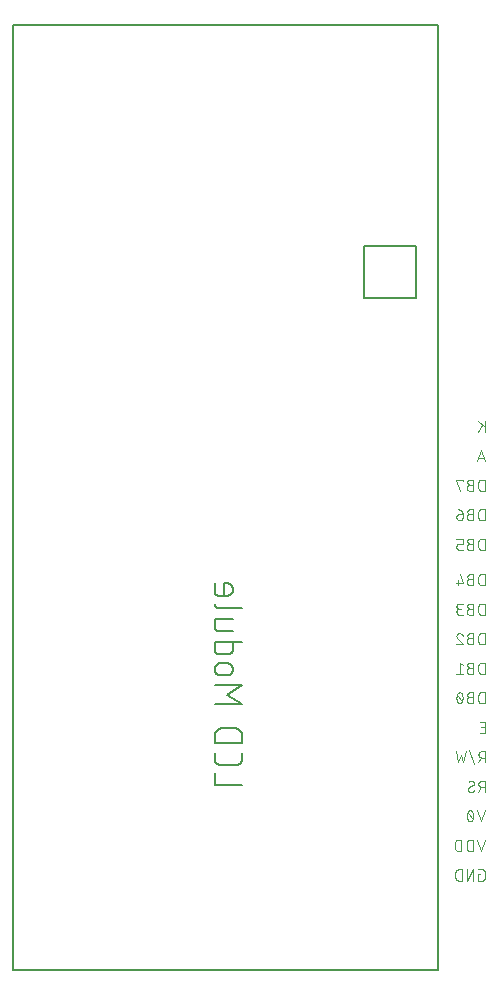
<source format=gbr>
G04 EAGLE Gerber X2 export*
%TF.Part,Single*%
%TF.FileFunction,Legend,Bot,1*%
%TF.FilePolarity,Positive*%
%TF.GenerationSoftware,Autodesk,EAGLE,9.1.1*%
%TF.CreationDate,2018-08-04T18:42:35Z*%
G75*
%MOMM*%
%FSLAX34Y34*%
%LPD*%
%AMOC8*
5,1,8,0,0,1.08239X$1,22.5*%
G01*
%ADD10C,0.127000*%
%ADD11C,0.203200*%
%ADD12C,0.076200*%
%ADD13C,0.200000*%


D10*
X446700Y47000D02*
X446700Y847000D01*
X86700Y847000D01*
X86700Y47000D02*
X446700Y47000D01*
X86700Y47000D02*
X86700Y847000D01*
D11*
X257716Y203016D02*
X281084Y203016D01*
X257716Y203016D02*
X257716Y213402D01*
X257716Y225560D02*
X257716Y230753D01*
X257716Y225560D02*
X257718Y225417D01*
X257724Y225274D01*
X257734Y225131D01*
X257748Y224989D01*
X257765Y224847D01*
X257787Y224705D01*
X257812Y224564D01*
X257842Y224424D01*
X257875Y224285D01*
X257912Y224147D01*
X257953Y224010D01*
X257997Y223874D01*
X258046Y223739D01*
X258098Y223606D01*
X258153Y223474D01*
X258213Y223344D01*
X258276Y223215D01*
X258342Y223088D01*
X258412Y222964D01*
X258485Y222841D01*
X258562Y222720D01*
X258642Y222601D01*
X258725Y222485D01*
X258811Y222370D01*
X258900Y222259D01*
X258993Y222149D01*
X259088Y222043D01*
X259187Y221939D01*
X259288Y221838D01*
X259392Y221739D01*
X259498Y221644D01*
X259608Y221551D01*
X259719Y221462D01*
X259834Y221376D01*
X259950Y221293D01*
X260069Y221213D01*
X260190Y221136D01*
X260312Y221063D01*
X260437Y220993D01*
X260564Y220927D01*
X260693Y220864D01*
X260823Y220804D01*
X260955Y220749D01*
X261088Y220697D01*
X261223Y220648D01*
X261359Y220604D01*
X261496Y220563D01*
X261634Y220526D01*
X261773Y220493D01*
X261913Y220463D01*
X262054Y220438D01*
X262196Y220416D01*
X262338Y220399D01*
X262480Y220385D01*
X262623Y220375D01*
X262766Y220369D01*
X262909Y220367D01*
X275891Y220367D01*
X276034Y220369D01*
X276177Y220375D01*
X276320Y220385D01*
X276462Y220399D01*
X276604Y220416D01*
X276746Y220438D01*
X276887Y220463D01*
X277027Y220493D01*
X277166Y220526D01*
X277304Y220563D01*
X277441Y220604D01*
X277577Y220648D01*
X277712Y220697D01*
X277845Y220749D01*
X277977Y220804D01*
X278107Y220864D01*
X278236Y220927D01*
X278363Y220993D01*
X278487Y221063D01*
X278610Y221136D01*
X278731Y221213D01*
X278850Y221293D01*
X278966Y221376D01*
X279081Y221462D01*
X279192Y221551D01*
X279302Y221644D01*
X279408Y221739D01*
X279512Y221838D01*
X279613Y221939D01*
X279712Y222043D01*
X279807Y222149D01*
X279900Y222259D01*
X279989Y222370D01*
X280075Y222485D01*
X280158Y222601D01*
X280238Y222720D01*
X280315Y222841D01*
X280388Y222963D01*
X280458Y223088D01*
X280524Y223215D01*
X280587Y223344D01*
X280647Y223474D01*
X280702Y223606D01*
X280754Y223739D01*
X280803Y223874D01*
X280847Y224010D01*
X280888Y224147D01*
X280925Y224285D01*
X280958Y224424D01*
X280988Y224564D01*
X281013Y224705D01*
X281035Y224847D01*
X281052Y224989D01*
X281066Y225131D01*
X281076Y225274D01*
X281082Y225417D01*
X281084Y225560D01*
X281084Y230753D01*
X281084Y238486D02*
X257716Y238486D01*
X281084Y238486D02*
X281084Y244977D01*
X281082Y245136D01*
X281076Y245295D01*
X281066Y245455D01*
X281053Y245613D01*
X281035Y245772D01*
X281014Y245929D01*
X280988Y246087D01*
X280959Y246243D01*
X280926Y246399D01*
X280889Y246554D01*
X280849Y246708D01*
X280804Y246861D01*
X280756Y247013D01*
X280705Y247164D01*
X280649Y247313D01*
X280590Y247461D01*
X280527Y247607D01*
X280461Y247752D01*
X280391Y247895D01*
X280318Y248037D01*
X280241Y248176D01*
X280161Y248314D01*
X280077Y248450D01*
X279990Y248583D01*
X279900Y248715D01*
X279807Y248844D01*
X279710Y248970D01*
X279611Y249095D01*
X279508Y249217D01*
X279403Y249336D01*
X279294Y249453D01*
X279183Y249567D01*
X279069Y249678D01*
X278952Y249787D01*
X278833Y249892D01*
X278711Y249995D01*
X278586Y250094D01*
X278460Y250191D01*
X278331Y250284D01*
X278199Y250374D01*
X278066Y250461D01*
X277930Y250545D01*
X277792Y250625D01*
X277653Y250702D01*
X277511Y250775D01*
X277368Y250845D01*
X277223Y250911D01*
X277077Y250974D01*
X276929Y251033D01*
X276780Y251089D01*
X276629Y251140D01*
X276477Y251188D01*
X276324Y251233D01*
X276170Y251273D01*
X276015Y251310D01*
X275859Y251343D01*
X275703Y251372D01*
X275545Y251398D01*
X275388Y251419D01*
X275229Y251437D01*
X275071Y251450D01*
X274911Y251460D01*
X274752Y251466D01*
X274593Y251468D01*
X264207Y251468D01*
X264048Y251466D01*
X263889Y251460D01*
X263729Y251450D01*
X263571Y251437D01*
X263412Y251419D01*
X263255Y251398D01*
X263097Y251372D01*
X262941Y251343D01*
X262785Y251310D01*
X262630Y251273D01*
X262476Y251233D01*
X262323Y251188D01*
X262171Y251140D01*
X262020Y251089D01*
X261871Y251033D01*
X261723Y250974D01*
X261577Y250911D01*
X261432Y250845D01*
X261289Y250775D01*
X261147Y250702D01*
X261008Y250625D01*
X260870Y250545D01*
X260734Y250461D01*
X260601Y250374D01*
X260469Y250284D01*
X260340Y250191D01*
X260214Y250094D01*
X260089Y249995D01*
X259967Y249892D01*
X259848Y249787D01*
X259731Y249678D01*
X259617Y249567D01*
X259506Y249453D01*
X259397Y249336D01*
X259292Y249217D01*
X259189Y249095D01*
X259090Y248970D01*
X258993Y248844D01*
X258900Y248715D01*
X258810Y248583D01*
X258723Y248450D01*
X258639Y248314D01*
X258559Y248176D01*
X258482Y248037D01*
X258409Y247895D01*
X258339Y247752D01*
X258273Y247607D01*
X258210Y247461D01*
X258151Y247313D01*
X258095Y247164D01*
X258044Y247013D01*
X257996Y246861D01*
X257951Y246708D01*
X257911Y246554D01*
X257874Y246399D01*
X257841Y246243D01*
X257812Y246087D01*
X257786Y245929D01*
X257765Y245772D01*
X257747Y245613D01*
X257734Y245455D01*
X257724Y245295D01*
X257718Y245136D01*
X257716Y244977D01*
X257716Y238486D01*
X257716Y271985D02*
X281084Y271985D01*
X268102Y279775D01*
X281084Y287564D01*
X257716Y287564D01*
X262909Y296156D02*
X268102Y296156D01*
X268245Y296158D01*
X268388Y296164D01*
X268531Y296174D01*
X268673Y296188D01*
X268815Y296205D01*
X268957Y296227D01*
X269098Y296252D01*
X269238Y296282D01*
X269377Y296315D01*
X269515Y296352D01*
X269652Y296393D01*
X269788Y296437D01*
X269923Y296486D01*
X270056Y296538D01*
X270188Y296593D01*
X270318Y296653D01*
X270447Y296716D01*
X270574Y296782D01*
X270699Y296852D01*
X270821Y296925D01*
X270942Y297002D01*
X271061Y297082D01*
X271177Y297165D01*
X271292Y297251D01*
X271403Y297340D01*
X271513Y297433D01*
X271619Y297528D01*
X271723Y297627D01*
X271824Y297728D01*
X271923Y297832D01*
X272018Y297938D01*
X272111Y298048D01*
X272200Y298159D01*
X272286Y298274D01*
X272369Y298390D01*
X272449Y298509D01*
X272526Y298630D01*
X272599Y298752D01*
X272669Y298877D01*
X272735Y299004D01*
X272798Y299133D01*
X272858Y299263D01*
X272913Y299395D01*
X272965Y299528D01*
X273014Y299663D01*
X273058Y299799D01*
X273099Y299936D01*
X273136Y300074D01*
X273169Y300213D01*
X273199Y300353D01*
X273224Y300494D01*
X273246Y300636D01*
X273263Y300778D01*
X273277Y300920D01*
X273287Y301063D01*
X273293Y301206D01*
X273295Y301349D01*
X273293Y301492D01*
X273287Y301635D01*
X273277Y301778D01*
X273263Y301920D01*
X273246Y302062D01*
X273224Y302204D01*
X273199Y302345D01*
X273169Y302485D01*
X273136Y302624D01*
X273099Y302762D01*
X273058Y302899D01*
X273014Y303035D01*
X272965Y303170D01*
X272913Y303303D01*
X272858Y303435D01*
X272798Y303565D01*
X272735Y303694D01*
X272669Y303821D01*
X272599Y303945D01*
X272526Y304068D01*
X272449Y304189D01*
X272369Y304308D01*
X272286Y304424D01*
X272200Y304539D01*
X272111Y304650D01*
X272018Y304760D01*
X271923Y304866D01*
X271824Y304970D01*
X271723Y305071D01*
X271619Y305170D01*
X271513Y305265D01*
X271403Y305358D01*
X271292Y305447D01*
X271177Y305533D01*
X271061Y305616D01*
X270942Y305696D01*
X270821Y305773D01*
X270699Y305846D01*
X270574Y305916D01*
X270447Y305982D01*
X270318Y306045D01*
X270188Y306105D01*
X270056Y306160D01*
X269923Y306212D01*
X269788Y306261D01*
X269652Y306305D01*
X269515Y306346D01*
X269377Y306383D01*
X269238Y306416D01*
X269098Y306446D01*
X268957Y306471D01*
X268815Y306493D01*
X268673Y306510D01*
X268531Y306524D01*
X268388Y306534D01*
X268245Y306540D01*
X268102Y306542D01*
X262909Y306542D01*
X262766Y306540D01*
X262623Y306534D01*
X262480Y306524D01*
X262338Y306510D01*
X262196Y306493D01*
X262054Y306471D01*
X261913Y306446D01*
X261773Y306416D01*
X261634Y306383D01*
X261496Y306346D01*
X261359Y306305D01*
X261223Y306261D01*
X261088Y306212D01*
X260955Y306160D01*
X260823Y306105D01*
X260693Y306045D01*
X260564Y305982D01*
X260437Y305916D01*
X260313Y305846D01*
X260190Y305773D01*
X260069Y305696D01*
X259950Y305616D01*
X259834Y305533D01*
X259719Y305447D01*
X259608Y305358D01*
X259498Y305265D01*
X259392Y305170D01*
X259288Y305071D01*
X259187Y304970D01*
X259088Y304866D01*
X258993Y304760D01*
X258900Y304650D01*
X258811Y304539D01*
X258725Y304424D01*
X258642Y304308D01*
X258562Y304189D01*
X258485Y304068D01*
X258412Y303946D01*
X258342Y303821D01*
X258276Y303694D01*
X258213Y303565D01*
X258153Y303435D01*
X258098Y303303D01*
X258046Y303170D01*
X257997Y303035D01*
X257953Y302899D01*
X257912Y302762D01*
X257875Y302624D01*
X257842Y302485D01*
X257812Y302345D01*
X257787Y302204D01*
X257765Y302062D01*
X257748Y301920D01*
X257734Y301778D01*
X257724Y301635D01*
X257718Y301492D01*
X257716Y301349D01*
X257718Y301206D01*
X257724Y301063D01*
X257734Y300920D01*
X257748Y300778D01*
X257765Y300636D01*
X257787Y300494D01*
X257812Y300353D01*
X257842Y300213D01*
X257875Y300074D01*
X257912Y299936D01*
X257953Y299799D01*
X257997Y299663D01*
X258046Y299528D01*
X258098Y299395D01*
X258153Y299263D01*
X258213Y299133D01*
X258276Y299004D01*
X258342Y298877D01*
X258412Y298753D01*
X258485Y298630D01*
X258562Y298509D01*
X258642Y298390D01*
X258725Y298274D01*
X258811Y298159D01*
X258900Y298048D01*
X258993Y297938D01*
X259088Y297832D01*
X259187Y297728D01*
X259288Y297627D01*
X259392Y297528D01*
X259498Y297433D01*
X259608Y297340D01*
X259719Y297251D01*
X259834Y297165D01*
X259950Y297082D01*
X260069Y297002D01*
X260190Y296925D01*
X260312Y296852D01*
X260437Y296782D01*
X260564Y296716D01*
X260693Y296653D01*
X260823Y296593D01*
X260955Y296538D01*
X261088Y296486D01*
X261223Y296437D01*
X261359Y296393D01*
X261496Y296352D01*
X261634Y296315D01*
X261773Y296282D01*
X261913Y296252D01*
X262054Y296227D01*
X262196Y296205D01*
X262338Y296188D01*
X262480Y296174D01*
X262623Y296164D01*
X262766Y296158D01*
X262909Y296156D01*
X257716Y324586D02*
X281084Y324586D01*
X257716Y324586D02*
X257716Y318095D01*
X257718Y317973D01*
X257724Y317850D01*
X257733Y317728D01*
X257747Y317607D01*
X257764Y317486D01*
X257785Y317365D01*
X257810Y317245D01*
X257838Y317126D01*
X257871Y317008D01*
X257907Y316891D01*
X257946Y316776D01*
X257990Y316661D01*
X258036Y316548D01*
X258087Y316437D01*
X258141Y316327D01*
X258198Y316219D01*
X258258Y316112D01*
X258322Y316008D01*
X258390Y315906D01*
X258460Y315806D01*
X258533Y315708D01*
X258610Y315612D01*
X258689Y315519D01*
X258772Y315429D01*
X258857Y315341D01*
X258945Y315256D01*
X259035Y315173D01*
X259128Y315094D01*
X259224Y315017D01*
X259322Y314944D01*
X259422Y314874D01*
X259524Y314806D01*
X259628Y314742D01*
X259735Y314682D01*
X259843Y314625D01*
X259953Y314571D01*
X260064Y314520D01*
X260177Y314474D01*
X260292Y314430D01*
X260407Y314391D01*
X260524Y314355D01*
X260642Y314322D01*
X260761Y314294D01*
X260881Y314269D01*
X261002Y314248D01*
X261123Y314231D01*
X261244Y314217D01*
X261366Y314208D01*
X261489Y314202D01*
X261611Y314200D01*
X269400Y314200D01*
X269522Y314202D01*
X269645Y314208D01*
X269767Y314217D01*
X269888Y314231D01*
X270009Y314248D01*
X270130Y314269D01*
X270250Y314294D01*
X270369Y314322D01*
X270487Y314355D01*
X270604Y314391D01*
X270719Y314430D01*
X270834Y314474D01*
X270947Y314520D01*
X271058Y314571D01*
X271168Y314625D01*
X271276Y314682D01*
X271383Y314742D01*
X271487Y314806D01*
X271589Y314874D01*
X271689Y314944D01*
X271787Y315017D01*
X271883Y315094D01*
X271976Y315173D01*
X272066Y315256D01*
X272154Y315341D01*
X272239Y315429D01*
X272322Y315519D01*
X272401Y315612D01*
X272478Y315708D01*
X272551Y315806D01*
X272621Y315906D01*
X272689Y316008D01*
X272753Y316112D01*
X272813Y316219D01*
X272870Y316327D01*
X272924Y316437D01*
X272975Y316548D01*
X273021Y316661D01*
X273065Y316776D01*
X273104Y316891D01*
X273140Y317008D01*
X273173Y317126D01*
X273201Y317245D01*
X273226Y317365D01*
X273247Y317486D01*
X273264Y317607D01*
X273278Y317728D01*
X273287Y317850D01*
X273293Y317973D01*
X273295Y318095D01*
X273295Y324586D01*
X273295Y333738D02*
X261611Y333738D01*
X261489Y333740D01*
X261366Y333746D01*
X261244Y333755D01*
X261123Y333769D01*
X261002Y333786D01*
X260881Y333807D01*
X260761Y333832D01*
X260642Y333860D01*
X260524Y333893D01*
X260407Y333929D01*
X260292Y333968D01*
X260177Y334012D01*
X260064Y334058D01*
X259953Y334109D01*
X259843Y334163D01*
X259735Y334220D01*
X259628Y334280D01*
X259524Y334344D01*
X259422Y334412D01*
X259322Y334482D01*
X259224Y334555D01*
X259128Y334632D01*
X259035Y334711D01*
X258945Y334794D01*
X258857Y334879D01*
X258772Y334967D01*
X258689Y335057D01*
X258610Y335150D01*
X258533Y335246D01*
X258460Y335344D01*
X258390Y335444D01*
X258322Y335546D01*
X258258Y335650D01*
X258198Y335757D01*
X258141Y335865D01*
X258087Y335975D01*
X258036Y336086D01*
X257990Y336199D01*
X257946Y336314D01*
X257907Y336429D01*
X257871Y336546D01*
X257838Y336664D01*
X257810Y336783D01*
X257785Y336903D01*
X257764Y337024D01*
X257747Y337145D01*
X257733Y337266D01*
X257724Y337388D01*
X257718Y337511D01*
X257716Y337633D01*
X257716Y344124D01*
X273295Y344124D01*
X281084Y353035D02*
X261611Y353035D01*
X261489Y353037D01*
X261366Y353043D01*
X261244Y353052D01*
X261123Y353066D01*
X261002Y353083D01*
X260881Y353104D01*
X260761Y353129D01*
X260642Y353157D01*
X260524Y353190D01*
X260407Y353226D01*
X260292Y353265D01*
X260177Y353309D01*
X260064Y353355D01*
X259953Y353406D01*
X259843Y353460D01*
X259735Y353517D01*
X259628Y353577D01*
X259524Y353641D01*
X259422Y353709D01*
X259322Y353779D01*
X259224Y353852D01*
X259128Y353929D01*
X259035Y354008D01*
X258945Y354091D01*
X258857Y354176D01*
X258772Y354264D01*
X258689Y354354D01*
X258610Y354447D01*
X258533Y354543D01*
X258460Y354641D01*
X258390Y354741D01*
X258322Y354843D01*
X258258Y354947D01*
X258198Y355054D01*
X258141Y355162D01*
X258087Y355272D01*
X258036Y355383D01*
X257990Y355496D01*
X257946Y355611D01*
X257907Y355726D01*
X257871Y355843D01*
X257838Y355961D01*
X257810Y356080D01*
X257785Y356200D01*
X257764Y356321D01*
X257747Y356442D01*
X257733Y356563D01*
X257724Y356685D01*
X257718Y356808D01*
X257716Y356930D01*
X257716Y367559D02*
X257716Y374050D01*
X257716Y367559D02*
X257718Y367437D01*
X257724Y367314D01*
X257733Y367192D01*
X257747Y367071D01*
X257764Y366950D01*
X257785Y366829D01*
X257810Y366709D01*
X257838Y366590D01*
X257871Y366472D01*
X257907Y366355D01*
X257946Y366240D01*
X257990Y366125D01*
X258036Y366012D01*
X258087Y365901D01*
X258141Y365791D01*
X258198Y365683D01*
X258258Y365576D01*
X258322Y365472D01*
X258390Y365370D01*
X258460Y365270D01*
X258533Y365172D01*
X258610Y365076D01*
X258689Y364983D01*
X258772Y364893D01*
X258857Y364805D01*
X258945Y364720D01*
X259035Y364637D01*
X259128Y364558D01*
X259224Y364481D01*
X259322Y364408D01*
X259422Y364338D01*
X259524Y364270D01*
X259628Y364206D01*
X259735Y364146D01*
X259843Y364089D01*
X259953Y364035D01*
X260064Y363984D01*
X260177Y363938D01*
X260292Y363894D01*
X260407Y363855D01*
X260524Y363819D01*
X260642Y363786D01*
X260761Y363758D01*
X260881Y363733D01*
X261002Y363712D01*
X261123Y363695D01*
X261244Y363681D01*
X261366Y363672D01*
X261489Y363666D01*
X261611Y363664D01*
X268102Y363664D01*
X268245Y363666D01*
X268388Y363672D01*
X268531Y363682D01*
X268673Y363696D01*
X268815Y363713D01*
X268957Y363735D01*
X269098Y363760D01*
X269238Y363790D01*
X269377Y363823D01*
X269515Y363860D01*
X269652Y363901D01*
X269788Y363945D01*
X269923Y363994D01*
X270056Y364046D01*
X270188Y364101D01*
X270318Y364161D01*
X270447Y364224D01*
X270574Y364290D01*
X270699Y364360D01*
X270821Y364433D01*
X270942Y364510D01*
X271061Y364590D01*
X271177Y364673D01*
X271292Y364759D01*
X271403Y364848D01*
X271513Y364941D01*
X271619Y365036D01*
X271723Y365135D01*
X271824Y365236D01*
X271923Y365340D01*
X272018Y365446D01*
X272111Y365556D01*
X272200Y365667D01*
X272286Y365782D01*
X272369Y365898D01*
X272449Y366017D01*
X272526Y366138D01*
X272599Y366260D01*
X272669Y366385D01*
X272735Y366512D01*
X272798Y366641D01*
X272858Y366771D01*
X272913Y366903D01*
X272965Y367036D01*
X273014Y367171D01*
X273058Y367307D01*
X273099Y367444D01*
X273136Y367582D01*
X273169Y367721D01*
X273199Y367861D01*
X273224Y368002D01*
X273246Y368144D01*
X273263Y368286D01*
X273277Y368428D01*
X273287Y368571D01*
X273293Y368714D01*
X273295Y368857D01*
X273293Y369000D01*
X273287Y369143D01*
X273277Y369286D01*
X273263Y369428D01*
X273246Y369570D01*
X273224Y369712D01*
X273199Y369853D01*
X273169Y369993D01*
X273136Y370132D01*
X273099Y370270D01*
X273058Y370407D01*
X273014Y370543D01*
X272965Y370678D01*
X272913Y370811D01*
X272858Y370943D01*
X272798Y371073D01*
X272735Y371202D01*
X272669Y371329D01*
X272599Y371453D01*
X272526Y371576D01*
X272449Y371697D01*
X272369Y371816D01*
X272286Y371932D01*
X272200Y372047D01*
X272111Y372158D01*
X272018Y372268D01*
X271923Y372374D01*
X271824Y372478D01*
X271723Y372579D01*
X271619Y372678D01*
X271513Y372773D01*
X271403Y372866D01*
X271292Y372955D01*
X271177Y373041D01*
X271061Y373124D01*
X270942Y373204D01*
X270821Y373281D01*
X270699Y373354D01*
X270574Y373424D01*
X270447Y373490D01*
X270318Y373553D01*
X270188Y373613D01*
X270056Y373668D01*
X269923Y373720D01*
X269788Y373769D01*
X269652Y373813D01*
X269515Y373854D01*
X269377Y373891D01*
X269238Y373924D01*
X269098Y373954D01*
X268957Y373979D01*
X268815Y374001D01*
X268673Y374018D01*
X268531Y374032D01*
X268388Y374042D01*
X268245Y374048D01*
X268102Y374050D01*
X265505Y374050D01*
X265505Y363664D01*
D12*
X481098Y127602D02*
X482664Y127602D01*
X481098Y127602D02*
X481098Y122381D01*
X484231Y122381D01*
X484320Y122383D01*
X484408Y122389D01*
X484496Y122398D01*
X484584Y122411D01*
X484671Y122428D01*
X484757Y122448D01*
X484842Y122473D01*
X484927Y122500D01*
X485010Y122532D01*
X485091Y122566D01*
X485171Y122605D01*
X485249Y122646D01*
X485326Y122691D01*
X485400Y122739D01*
X485473Y122790D01*
X485543Y122844D01*
X485610Y122902D01*
X485676Y122962D01*
X485738Y123024D01*
X485798Y123090D01*
X485856Y123157D01*
X485910Y123227D01*
X485961Y123300D01*
X486009Y123374D01*
X486054Y123451D01*
X486095Y123529D01*
X486134Y123609D01*
X486168Y123690D01*
X486200Y123773D01*
X486227Y123858D01*
X486252Y123943D01*
X486272Y124029D01*
X486289Y124116D01*
X486302Y124204D01*
X486311Y124292D01*
X486317Y124380D01*
X486319Y124469D01*
X486319Y129691D01*
X486317Y129780D01*
X486311Y129868D01*
X486302Y129956D01*
X486289Y130044D01*
X486272Y130131D01*
X486252Y130217D01*
X486227Y130302D01*
X486200Y130387D01*
X486168Y130470D01*
X486134Y130551D01*
X486095Y130631D01*
X486054Y130709D01*
X486009Y130786D01*
X485961Y130860D01*
X485910Y130933D01*
X485856Y131003D01*
X485798Y131070D01*
X485738Y131136D01*
X485676Y131198D01*
X485610Y131258D01*
X485543Y131316D01*
X485473Y131370D01*
X485400Y131421D01*
X485326Y131469D01*
X485249Y131514D01*
X485171Y131555D01*
X485091Y131594D01*
X485010Y131628D01*
X484927Y131660D01*
X484842Y131687D01*
X484757Y131712D01*
X484671Y131732D01*
X484584Y131749D01*
X484496Y131762D01*
X484408Y131771D01*
X484320Y131777D01*
X484231Y131779D01*
X481098Y131779D01*
X476565Y131779D02*
X476565Y122381D01*
X471344Y122381D02*
X476565Y131779D01*
X471344Y131779D02*
X471344Y122381D01*
X466812Y122381D02*
X466812Y131779D01*
X464201Y131779D01*
X464101Y131777D01*
X464001Y131771D01*
X463902Y131762D01*
X463802Y131748D01*
X463704Y131731D01*
X463606Y131710D01*
X463509Y131686D01*
X463413Y131657D01*
X463318Y131625D01*
X463225Y131590D01*
X463133Y131551D01*
X463042Y131508D01*
X462954Y131462D01*
X462867Y131412D01*
X462782Y131360D01*
X462699Y131304D01*
X462618Y131245D01*
X462540Y131182D01*
X462464Y131117D01*
X462390Y131049D01*
X462320Y130979D01*
X462252Y130905D01*
X462187Y130829D01*
X462124Y130751D01*
X462065Y130670D01*
X462009Y130587D01*
X461957Y130502D01*
X461907Y130415D01*
X461861Y130327D01*
X461818Y130236D01*
X461779Y130144D01*
X461744Y130051D01*
X461712Y129956D01*
X461683Y129860D01*
X461659Y129763D01*
X461638Y129665D01*
X461621Y129567D01*
X461607Y129467D01*
X461598Y129368D01*
X461592Y129268D01*
X461590Y129168D01*
X461591Y129168D02*
X461591Y124992D01*
X461590Y124992D02*
X461592Y124892D01*
X461598Y124792D01*
X461607Y124693D01*
X461621Y124593D01*
X461638Y124495D01*
X461659Y124397D01*
X461683Y124300D01*
X461712Y124204D01*
X461744Y124109D01*
X461779Y124016D01*
X461818Y123924D01*
X461861Y123833D01*
X461907Y123745D01*
X461957Y123658D01*
X462009Y123573D01*
X462065Y123490D01*
X462124Y123409D01*
X462187Y123331D01*
X462252Y123255D01*
X462320Y123181D01*
X462390Y123111D01*
X462464Y123043D01*
X462540Y122978D01*
X462618Y122915D01*
X462699Y122856D01*
X462782Y122800D01*
X462867Y122748D01*
X462954Y122698D01*
X463042Y122652D01*
X463133Y122609D01*
X463225Y122570D01*
X463318Y122535D01*
X463413Y122503D01*
X463509Y122474D01*
X463606Y122450D01*
X463704Y122429D01*
X463802Y122412D01*
X463902Y122398D01*
X464001Y122389D01*
X464101Y122383D01*
X464201Y122381D01*
X466812Y122381D01*
X483186Y147381D02*
X486319Y156779D01*
X480054Y156779D02*
X483186Y147381D01*
X476348Y147381D02*
X476348Y156779D01*
X473738Y156779D01*
X473638Y156777D01*
X473538Y156771D01*
X473439Y156762D01*
X473339Y156748D01*
X473241Y156731D01*
X473143Y156710D01*
X473046Y156686D01*
X472950Y156657D01*
X472855Y156625D01*
X472762Y156590D01*
X472670Y156551D01*
X472579Y156508D01*
X472491Y156462D01*
X472404Y156412D01*
X472319Y156360D01*
X472236Y156304D01*
X472155Y156245D01*
X472077Y156182D01*
X472001Y156117D01*
X471927Y156049D01*
X471857Y155979D01*
X471789Y155905D01*
X471724Y155829D01*
X471661Y155751D01*
X471602Y155670D01*
X471546Y155587D01*
X471494Y155502D01*
X471444Y155415D01*
X471398Y155327D01*
X471355Y155236D01*
X471316Y155144D01*
X471281Y155051D01*
X471249Y154956D01*
X471220Y154860D01*
X471196Y154763D01*
X471175Y154665D01*
X471158Y154567D01*
X471144Y154467D01*
X471135Y154368D01*
X471129Y154268D01*
X471127Y154168D01*
X471127Y149992D01*
X471129Y149892D01*
X471135Y149792D01*
X471144Y149693D01*
X471158Y149593D01*
X471175Y149495D01*
X471196Y149397D01*
X471220Y149300D01*
X471249Y149204D01*
X471281Y149109D01*
X471316Y149016D01*
X471355Y148924D01*
X471398Y148833D01*
X471444Y148745D01*
X471494Y148658D01*
X471546Y148573D01*
X471602Y148490D01*
X471661Y148409D01*
X471724Y148331D01*
X471789Y148255D01*
X471857Y148181D01*
X471927Y148111D01*
X472001Y148043D01*
X472077Y147978D01*
X472155Y147915D01*
X472236Y147856D01*
X472319Y147800D01*
X472404Y147748D01*
X472491Y147698D01*
X472579Y147652D01*
X472670Y147609D01*
X472762Y147570D01*
X472855Y147535D01*
X472950Y147503D01*
X473046Y147474D01*
X473143Y147450D01*
X473241Y147429D01*
X473339Y147412D01*
X473439Y147398D01*
X473538Y147389D01*
X473638Y147383D01*
X473738Y147381D01*
X476348Y147381D01*
X466595Y147381D02*
X466595Y156779D01*
X463984Y156779D01*
X463884Y156777D01*
X463784Y156771D01*
X463685Y156762D01*
X463585Y156748D01*
X463487Y156731D01*
X463389Y156710D01*
X463292Y156686D01*
X463196Y156657D01*
X463101Y156625D01*
X463008Y156590D01*
X462916Y156551D01*
X462825Y156508D01*
X462737Y156462D01*
X462650Y156412D01*
X462565Y156360D01*
X462482Y156304D01*
X462401Y156245D01*
X462323Y156182D01*
X462247Y156117D01*
X462173Y156049D01*
X462103Y155979D01*
X462035Y155905D01*
X461970Y155829D01*
X461907Y155751D01*
X461848Y155670D01*
X461792Y155587D01*
X461740Y155502D01*
X461690Y155415D01*
X461644Y155327D01*
X461601Y155236D01*
X461562Y155144D01*
X461527Y155051D01*
X461495Y154956D01*
X461466Y154860D01*
X461442Y154763D01*
X461421Y154665D01*
X461404Y154567D01*
X461390Y154467D01*
X461381Y154368D01*
X461375Y154268D01*
X461373Y154168D01*
X461373Y149992D01*
X461375Y149892D01*
X461381Y149792D01*
X461390Y149693D01*
X461404Y149593D01*
X461421Y149495D01*
X461442Y149397D01*
X461466Y149300D01*
X461495Y149204D01*
X461527Y149109D01*
X461562Y149016D01*
X461601Y148924D01*
X461644Y148833D01*
X461690Y148745D01*
X461740Y148658D01*
X461792Y148573D01*
X461848Y148490D01*
X461907Y148409D01*
X461970Y148331D01*
X462035Y148255D01*
X462103Y148181D01*
X462173Y148111D01*
X462247Y148043D01*
X462323Y147978D01*
X462401Y147915D01*
X462482Y147856D01*
X462565Y147800D01*
X462650Y147748D01*
X462737Y147698D01*
X462825Y147652D01*
X462916Y147609D01*
X463008Y147570D01*
X463101Y147535D01*
X463196Y147503D01*
X463292Y147474D01*
X463389Y147450D01*
X463487Y147429D01*
X463585Y147412D01*
X463685Y147398D01*
X463784Y147389D01*
X463884Y147383D01*
X463984Y147381D01*
X466595Y147381D01*
X483186Y172381D02*
X486319Y181779D01*
X480054Y181779D02*
X483186Y172381D01*
X476653Y177080D02*
X476651Y177265D01*
X476644Y177450D01*
X476633Y177634D01*
X476618Y177818D01*
X476598Y178002D01*
X476574Y178186D01*
X476545Y178368D01*
X476512Y178550D01*
X476475Y178731D01*
X476433Y178911D01*
X476387Y179091D01*
X476337Y179269D01*
X476283Y179445D01*
X476224Y179621D01*
X476162Y179795D01*
X476095Y179967D01*
X476024Y180138D01*
X475949Y180307D01*
X475870Y180474D01*
X475840Y180554D01*
X475807Y180633D01*
X475770Y180710D01*
X475730Y180786D01*
X475687Y180860D01*
X475641Y180932D01*
X475591Y181001D01*
X475539Y181069D01*
X475483Y181134D01*
X475425Y181197D01*
X475363Y181256D01*
X475300Y181314D01*
X475233Y181368D01*
X475165Y181419D01*
X475094Y181467D01*
X475021Y181512D01*
X474947Y181554D01*
X474870Y181592D01*
X474792Y181627D01*
X474713Y181659D01*
X474632Y181687D01*
X474550Y181711D01*
X474466Y181732D01*
X474383Y181749D01*
X474298Y181762D01*
X474213Y181771D01*
X474128Y181777D01*
X474042Y181779D01*
X473956Y181777D01*
X473871Y181771D01*
X473786Y181762D01*
X473701Y181749D01*
X473618Y181732D01*
X473534Y181711D01*
X473452Y181687D01*
X473372Y181659D01*
X473292Y181627D01*
X473214Y181592D01*
X473137Y181554D01*
X473063Y181512D01*
X472990Y181467D01*
X472919Y181419D01*
X472851Y181368D01*
X472784Y181314D01*
X472721Y181256D01*
X472660Y181197D01*
X472601Y181134D01*
X472546Y181069D01*
X472493Y181001D01*
X472443Y180932D01*
X472397Y180860D01*
X472354Y180786D01*
X472314Y180710D01*
X472277Y180633D01*
X472244Y180554D01*
X472214Y180474D01*
X472215Y180474D02*
X472136Y180307D01*
X472061Y180138D01*
X471990Y179967D01*
X471923Y179795D01*
X471861Y179621D01*
X471802Y179445D01*
X471748Y179269D01*
X471698Y179091D01*
X471652Y178911D01*
X471610Y178731D01*
X471573Y178550D01*
X471540Y178368D01*
X471511Y178186D01*
X471487Y178002D01*
X471467Y177818D01*
X471452Y177634D01*
X471441Y177450D01*
X471434Y177265D01*
X471432Y177080D01*
X476653Y177080D02*
X476651Y176895D01*
X476644Y176710D01*
X476633Y176526D01*
X476618Y176342D01*
X476598Y176158D01*
X476574Y175974D01*
X476545Y175792D01*
X476512Y175610D01*
X476475Y175429D01*
X476433Y175249D01*
X476387Y175069D01*
X476337Y174891D01*
X476283Y174715D01*
X476224Y174539D01*
X476162Y174365D01*
X476095Y174193D01*
X476024Y174022D01*
X475949Y173853D01*
X475870Y173686D01*
X475840Y173606D01*
X475807Y173527D01*
X475770Y173450D01*
X475730Y173374D01*
X475687Y173300D01*
X475641Y173228D01*
X475591Y173159D01*
X475538Y173091D01*
X475483Y173026D01*
X475424Y172963D01*
X475363Y172904D01*
X475300Y172846D01*
X475233Y172792D01*
X475165Y172741D01*
X475094Y172693D01*
X475021Y172648D01*
X474947Y172606D01*
X474870Y172568D01*
X474792Y172533D01*
X474713Y172501D01*
X474632Y172473D01*
X474550Y172449D01*
X474466Y172428D01*
X474383Y172411D01*
X474298Y172398D01*
X474213Y172389D01*
X474128Y172383D01*
X474042Y172381D01*
X472215Y173686D02*
X472136Y173853D01*
X472061Y174022D01*
X471990Y174193D01*
X471923Y174365D01*
X471861Y174539D01*
X471802Y174715D01*
X471748Y174891D01*
X471698Y175069D01*
X471652Y175249D01*
X471610Y175429D01*
X471573Y175610D01*
X471540Y175792D01*
X471511Y175974D01*
X471487Y176158D01*
X471467Y176342D01*
X471452Y176526D01*
X471441Y176710D01*
X471434Y176895D01*
X471432Y177080D01*
X472214Y173686D02*
X472244Y173606D01*
X472277Y173527D01*
X472314Y173450D01*
X472354Y173374D01*
X472397Y173300D01*
X472443Y173228D01*
X472493Y173159D01*
X472546Y173091D01*
X472601Y173026D01*
X472660Y172963D01*
X472721Y172904D01*
X472784Y172846D01*
X472851Y172792D01*
X472919Y172741D01*
X472990Y172693D01*
X473063Y172648D01*
X473137Y172606D01*
X473214Y172568D01*
X473292Y172533D01*
X473372Y172501D01*
X473452Y172473D01*
X473534Y172449D01*
X473618Y172428D01*
X473701Y172411D01*
X473786Y172398D01*
X473871Y172389D01*
X473956Y172383D01*
X474042Y172381D01*
X476131Y174469D02*
X471954Y179691D01*
X486319Y197381D02*
X486319Y206779D01*
X483708Y206779D01*
X483607Y206777D01*
X483506Y206771D01*
X483405Y206761D01*
X483305Y206748D01*
X483205Y206730D01*
X483106Y206709D01*
X483008Y206683D01*
X482911Y206654D01*
X482815Y206622D01*
X482721Y206585D01*
X482628Y206545D01*
X482536Y206501D01*
X482447Y206454D01*
X482359Y206403D01*
X482273Y206349D01*
X482190Y206292D01*
X482108Y206232D01*
X482030Y206168D01*
X481953Y206102D01*
X481880Y206032D01*
X481809Y205960D01*
X481741Y205885D01*
X481676Y205807D01*
X481614Y205727D01*
X481555Y205645D01*
X481499Y205560D01*
X481447Y205474D01*
X481398Y205385D01*
X481352Y205294D01*
X481311Y205202D01*
X481272Y205108D01*
X481238Y205013D01*
X481207Y204917D01*
X481180Y204819D01*
X481156Y204721D01*
X481137Y204621D01*
X481121Y204521D01*
X481109Y204421D01*
X481101Y204320D01*
X481097Y204219D01*
X481097Y204117D01*
X481101Y204016D01*
X481109Y203915D01*
X481121Y203815D01*
X481137Y203715D01*
X481156Y203615D01*
X481180Y203517D01*
X481207Y203419D01*
X481238Y203323D01*
X481272Y203228D01*
X481311Y203134D01*
X481352Y203042D01*
X481398Y202951D01*
X481447Y202863D01*
X481499Y202776D01*
X481555Y202691D01*
X481614Y202609D01*
X481676Y202529D01*
X481741Y202451D01*
X481809Y202376D01*
X481880Y202304D01*
X481953Y202234D01*
X482030Y202168D01*
X482108Y202104D01*
X482190Y202044D01*
X482273Y201987D01*
X482359Y201933D01*
X482447Y201882D01*
X482536Y201835D01*
X482628Y201791D01*
X482721Y201751D01*
X482815Y201714D01*
X482911Y201682D01*
X483008Y201653D01*
X483106Y201627D01*
X483205Y201606D01*
X483305Y201588D01*
X483405Y201575D01*
X483506Y201565D01*
X483607Y201559D01*
X483708Y201557D01*
X483708Y201558D02*
X486319Y201558D01*
X483186Y201558D02*
X481098Y197381D01*
X474404Y197381D02*
X474315Y197383D01*
X474227Y197389D01*
X474139Y197398D01*
X474051Y197411D01*
X473964Y197428D01*
X473878Y197448D01*
X473793Y197473D01*
X473708Y197500D01*
X473625Y197532D01*
X473544Y197566D01*
X473464Y197605D01*
X473386Y197646D01*
X473309Y197691D01*
X473235Y197739D01*
X473162Y197790D01*
X473092Y197844D01*
X473025Y197902D01*
X472959Y197962D01*
X472897Y198024D01*
X472837Y198090D01*
X472779Y198157D01*
X472725Y198227D01*
X472674Y198300D01*
X472626Y198374D01*
X472581Y198451D01*
X472540Y198529D01*
X472501Y198609D01*
X472467Y198690D01*
X472435Y198773D01*
X472408Y198858D01*
X472383Y198943D01*
X472363Y199029D01*
X472346Y199116D01*
X472333Y199204D01*
X472324Y199292D01*
X472318Y199380D01*
X472316Y199469D01*
X474404Y197381D02*
X474533Y197383D01*
X474662Y197389D01*
X474791Y197398D01*
X474919Y197411D01*
X475047Y197428D01*
X475174Y197449D01*
X475301Y197473D01*
X475427Y197501D01*
X475552Y197533D01*
X475676Y197568D01*
X475799Y197607D01*
X475921Y197650D01*
X476041Y197696D01*
X476160Y197746D01*
X476278Y197799D01*
X476394Y197855D01*
X476508Y197915D01*
X476621Y197978D01*
X476731Y198045D01*
X476840Y198114D01*
X476946Y198187D01*
X477051Y198263D01*
X477153Y198342D01*
X477253Y198424D01*
X477350Y198508D01*
X477445Y198596D01*
X477537Y198686D01*
X477275Y204691D02*
X477273Y204780D01*
X477267Y204868D01*
X477258Y204956D01*
X477245Y205044D01*
X477228Y205131D01*
X477208Y205217D01*
X477183Y205302D01*
X477156Y205387D01*
X477124Y205470D01*
X477090Y205551D01*
X477051Y205631D01*
X477010Y205709D01*
X476965Y205786D01*
X476917Y205860D01*
X476866Y205933D01*
X476812Y206003D01*
X476754Y206070D01*
X476694Y206136D01*
X476632Y206198D01*
X476566Y206258D01*
X476499Y206316D01*
X476429Y206370D01*
X476356Y206421D01*
X476282Y206469D01*
X476205Y206514D01*
X476127Y206555D01*
X476047Y206594D01*
X475966Y206628D01*
X475883Y206660D01*
X475798Y206687D01*
X475713Y206712D01*
X475627Y206732D01*
X475540Y206749D01*
X475452Y206762D01*
X475364Y206771D01*
X475276Y206777D01*
X475187Y206779D01*
X475067Y206777D01*
X474947Y206772D01*
X474828Y206762D01*
X474708Y206750D01*
X474589Y206733D01*
X474471Y206713D01*
X474353Y206689D01*
X474237Y206662D01*
X474121Y206631D01*
X474006Y206597D01*
X473892Y206559D01*
X473779Y206517D01*
X473668Y206472D01*
X473558Y206424D01*
X473450Y206373D01*
X473343Y206318D01*
X473238Y206260D01*
X473135Y206198D01*
X473034Y206134D01*
X472934Y206066D01*
X472837Y205996D01*
X476232Y202864D02*
X476310Y202912D01*
X476386Y202964D01*
X476459Y203018D01*
X476530Y203076D01*
X476599Y203137D01*
X476665Y203201D01*
X476728Y203268D01*
X476788Y203337D01*
X476845Y203409D01*
X476899Y203483D01*
X476949Y203560D01*
X476997Y203639D01*
X477040Y203719D01*
X477081Y203802D01*
X477117Y203886D01*
X477150Y203971D01*
X477179Y204058D01*
X477205Y204147D01*
X477227Y204236D01*
X477244Y204326D01*
X477258Y204416D01*
X477268Y204508D01*
X477274Y204599D01*
X477276Y204691D01*
X473360Y201296D02*
X473282Y201248D01*
X473206Y201196D01*
X473133Y201142D01*
X473062Y201084D01*
X472993Y201023D01*
X472927Y200959D01*
X472864Y200892D01*
X472804Y200823D01*
X472747Y200751D01*
X472693Y200677D01*
X472643Y200600D01*
X472595Y200521D01*
X472552Y200441D01*
X472511Y200358D01*
X472475Y200274D01*
X472442Y200189D01*
X472413Y200102D01*
X472387Y200013D01*
X472365Y199924D01*
X472348Y199834D01*
X472334Y199744D01*
X472324Y199652D01*
X472318Y199561D01*
X472316Y199469D01*
X473360Y201297D02*
X476232Y202863D01*
X486319Y222381D02*
X486319Y231779D01*
X483708Y231779D01*
X483607Y231777D01*
X483506Y231771D01*
X483405Y231761D01*
X483305Y231748D01*
X483205Y231730D01*
X483106Y231709D01*
X483008Y231683D01*
X482911Y231654D01*
X482815Y231622D01*
X482721Y231585D01*
X482628Y231545D01*
X482536Y231501D01*
X482447Y231454D01*
X482359Y231403D01*
X482273Y231349D01*
X482190Y231292D01*
X482108Y231232D01*
X482030Y231168D01*
X481953Y231102D01*
X481880Y231032D01*
X481809Y230960D01*
X481741Y230885D01*
X481676Y230807D01*
X481614Y230727D01*
X481555Y230645D01*
X481499Y230560D01*
X481447Y230474D01*
X481398Y230385D01*
X481352Y230294D01*
X481311Y230202D01*
X481272Y230108D01*
X481238Y230013D01*
X481207Y229917D01*
X481180Y229819D01*
X481156Y229721D01*
X481137Y229621D01*
X481121Y229521D01*
X481109Y229421D01*
X481101Y229320D01*
X481097Y229219D01*
X481097Y229117D01*
X481101Y229016D01*
X481109Y228915D01*
X481121Y228815D01*
X481137Y228715D01*
X481156Y228615D01*
X481180Y228517D01*
X481207Y228419D01*
X481238Y228323D01*
X481272Y228228D01*
X481311Y228134D01*
X481352Y228042D01*
X481398Y227951D01*
X481447Y227863D01*
X481499Y227776D01*
X481555Y227691D01*
X481614Y227609D01*
X481676Y227529D01*
X481741Y227451D01*
X481809Y227376D01*
X481880Y227304D01*
X481953Y227234D01*
X482030Y227168D01*
X482108Y227104D01*
X482190Y227044D01*
X482273Y226987D01*
X482359Y226933D01*
X482447Y226882D01*
X482536Y226835D01*
X482628Y226791D01*
X482721Y226751D01*
X482815Y226714D01*
X482911Y226682D01*
X483008Y226653D01*
X483106Y226627D01*
X483205Y226606D01*
X483305Y226588D01*
X483405Y226575D01*
X483506Y226565D01*
X483607Y226559D01*
X483708Y226557D01*
X483708Y226558D02*
X486319Y226558D01*
X483186Y226558D02*
X481098Y222381D01*
X477624Y221337D02*
X473448Y232823D01*
X470264Y231779D02*
X468176Y222381D01*
X466087Y228646D01*
X463999Y222381D01*
X461910Y231779D01*
X482142Y247381D02*
X486319Y247381D01*
X486319Y256779D01*
X482142Y256779D01*
X483186Y252602D02*
X486319Y252602D01*
X486319Y272381D02*
X486319Y281779D01*
X483708Y281779D01*
X483608Y281777D01*
X483508Y281771D01*
X483409Y281762D01*
X483309Y281748D01*
X483211Y281731D01*
X483113Y281710D01*
X483016Y281686D01*
X482920Y281657D01*
X482825Y281625D01*
X482732Y281590D01*
X482640Y281551D01*
X482549Y281508D01*
X482461Y281462D01*
X482374Y281412D01*
X482289Y281360D01*
X482206Y281304D01*
X482125Y281245D01*
X482047Y281182D01*
X481971Y281117D01*
X481897Y281049D01*
X481827Y280979D01*
X481759Y280905D01*
X481694Y280829D01*
X481631Y280751D01*
X481572Y280670D01*
X481516Y280587D01*
X481464Y280502D01*
X481414Y280415D01*
X481368Y280327D01*
X481325Y280236D01*
X481286Y280144D01*
X481251Y280051D01*
X481219Y279956D01*
X481190Y279860D01*
X481166Y279763D01*
X481145Y279665D01*
X481128Y279567D01*
X481114Y279467D01*
X481105Y279368D01*
X481099Y279268D01*
X481097Y279168D01*
X481098Y279168D02*
X481098Y274992D01*
X481097Y274992D02*
X481099Y274892D01*
X481105Y274792D01*
X481114Y274693D01*
X481128Y274593D01*
X481145Y274495D01*
X481166Y274397D01*
X481190Y274300D01*
X481219Y274204D01*
X481251Y274109D01*
X481286Y274016D01*
X481325Y273924D01*
X481368Y273833D01*
X481414Y273745D01*
X481464Y273658D01*
X481516Y273573D01*
X481572Y273490D01*
X481631Y273409D01*
X481694Y273331D01*
X481759Y273255D01*
X481827Y273181D01*
X481897Y273111D01*
X481971Y273043D01*
X482047Y272978D01*
X482125Y272915D01*
X482206Y272856D01*
X482289Y272800D01*
X482374Y272748D01*
X482461Y272698D01*
X482549Y272652D01*
X482640Y272609D01*
X482732Y272570D01*
X482825Y272535D01*
X482920Y272503D01*
X483016Y272474D01*
X483113Y272450D01*
X483211Y272429D01*
X483309Y272412D01*
X483409Y272398D01*
X483508Y272389D01*
X483608Y272383D01*
X483708Y272381D01*
X486319Y272381D01*
X476434Y277602D02*
X473824Y277602D01*
X473824Y277603D02*
X473723Y277601D01*
X473622Y277595D01*
X473521Y277585D01*
X473421Y277572D01*
X473321Y277554D01*
X473222Y277533D01*
X473124Y277507D01*
X473027Y277478D01*
X472931Y277446D01*
X472837Y277409D01*
X472744Y277369D01*
X472652Y277325D01*
X472563Y277278D01*
X472475Y277227D01*
X472389Y277173D01*
X472306Y277116D01*
X472224Y277056D01*
X472146Y276992D01*
X472069Y276926D01*
X471996Y276856D01*
X471925Y276784D01*
X471857Y276709D01*
X471792Y276631D01*
X471730Y276551D01*
X471671Y276469D01*
X471615Y276384D01*
X471563Y276298D01*
X471514Y276209D01*
X471468Y276118D01*
X471427Y276026D01*
X471388Y275932D01*
X471354Y275837D01*
X471323Y275741D01*
X471296Y275643D01*
X471272Y275545D01*
X471253Y275445D01*
X471237Y275345D01*
X471225Y275245D01*
X471217Y275144D01*
X471213Y275043D01*
X471213Y274941D01*
X471217Y274840D01*
X471225Y274739D01*
X471237Y274639D01*
X471253Y274539D01*
X471272Y274439D01*
X471296Y274341D01*
X471323Y274243D01*
X471354Y274147D01*
X471388Y274052D01*
X471427Y273958D01*
X471468Y273866D01*
X471514Y273775D01*
X471563Y273687D01*
X471615Y273600D01*
X471671Y273515D01*
X471730Y273433D01*
X471792Y273353D01*
X471857Y273275D01*
X471925Y273200D01*
X471996Y273128D01*
X472069Y273058D01*
X472146Y272992D01*
X472224Y272928D01*
X472306Y272868D01*
X472389Y272811D01*
X472475Y272757D01*
X472563Y272706D01*
X472652Y272659D01*
X472744Y272615D01*
X472837Y272575D01*
X472931Y272538D01*
X473027Y272506D01*
X473124Y272477D01*
X473222Y272451D01*
X473321Y272430D01*
X473421Y272412D01*
X473521Y272399D01*
X473622Y272389D01*
X473723Y272383D01*
X473824Y272381D01*
X476434Y272381D01*
X476434Y281779D01*
X473824Y281779D01*
X473734Y281777D01*
X473645Y281771D01*
X473555Y281762D01*
X473466Y281748D01*
X473378Y281731D01*
X473291Y281710D01*
X473204Y281685D01*
X473119Y281656D01*
X473035Y281624D01*
X472953Y281589D01*
X472872Y281549D01*
X472793Y281507D01*
X472716Y281461D01*
X472641Y281411D01*
X472568Y281359D01*
X472497Y281303D01*
X472429Y281245D01*
X472364Y281183D01*
X472301Y281119D01*
X472241Y281052D01*
X472184Y280983D01*
X472130Y280911D01*
X472079Y280837D01*
X472031Y280761D01*
X471987Y280683D01*
X471946Y280603D01*
X471908Y280521D01*
X471874Y280438D01*
X471844Y280353D01*
X471817Y280267D01*
X471794Y280181D01*
X471775Y280093D01*
X471760Y280004D01*
X471748Y279915D01*
X471740Y279826D01*
X471736Y279736D01*
X471736Y279646D01*
X471740Y279556D01*
X471748Y279467D01*
X471760Y279378D01*
X471775Y279289D01*
X471794Y279201D01*
X471817Y279115D01*
X471844Y279029D01*
X471874Y278944D01*
X471908Y278861D01*
X471946Y278779D01*
X471987Y278699D01*
X472031Y278621D01*
X472079Y278545D01*
X472130Y278471D01*
X472184Y278399D01*
X472241Y278330D01*
X472301Y278263D01*
X472364Y278199D01*
X472429Y278137D01*
X472497Y278079D01*
X472568Y278023D01*
X472641Y277971D01*
X472716Y277921D01*
X472793Y277875D01*
X472872Y277833D01*
X472953Y277793D01*
X473035Y277758D01*
X473119Y277726D01*
X473204Y277697D01*
X473291Y277672D01*
X473378Y277651D01*
X473466Y277634D01*
X473555Y277620D01*
X473645Y277611D01*
X473734Y277605D01*
X473824Y277603D01*
X467727Y277080D02*
X467725Y277265D01*
X467718Y277450D01*
X467707Y277634D01*
X467692Y277818D01*
X467672Y278002D01*
X467648Y278186D01*
X467619Y278368D01*
X467586Y278550D01*
X467549Y278731D01*
X467507Y278911D01*
X467461Y279091D01*
X467411Y279269D01*
X467357Y279445D01*
X467298Y279621D01*
X467236Y279795D01*
X467169Y279967D01*
X467098Y280138D01*
X467023Y280307D01*
X466944Y280474D01*
X466914Y280554D01*
X466881Y280633D01*
X466844Y280710D01*
X466804Y280786D01*
X466761Y280860D01*
X466715Y280932D01*
X466665Y281001D01*
X466613Y281069D01*
X466557Y281134D01*
X466499Y281197D01*
X466437Y281256D01*
X466374Y281314D01*
X466307Y281368D01*
X466239Y281419D01*
X466168Y281467D01*
X466095Y281512D01*
X466021Y281554D01*
X465944Y281592D01*
X465866Y281627D01*
X465787Y281659D01*
X465706Y281687D01*
X465624Y281711D01*
X465540Y281732D01*
X465457Y281749D01*
X465372Y281762D01*
X465287Y281771D01*
X465202Y281777D01*
X465116Y281779D01*
X465030Y281777D01*
X464945Y281771D01*
X464860Y281762D01*
X464775Y281749D01*
X464692Y281732D01*
X464608Y281711D01*
X464526Y281687D01*
X464446Y281659D01*
X464366Y281627D01*
X464288Y281592D01*
X464211Y281554D01*
X464137Y281512D01*
X464064Y281467D01*
X463993Y281419D01*
X463925Y281368D01*
X463858Y281314D01*
X463795Y281256D01*
X463734Y281197D01*
X463675Y281134D01*
X463620Y281069D01*
X463567Y281001D01*
X463517Y280932D01*
X463471Y280860D01*
X463428Y280786D01*
X463388Y280710D01*
X463351Y280633D01*
X463318Y280554D01*
X463288Y280474D01*
X463209Y280307D01*
X463134Y280138D01*
X463063Y279967D01*
X462996Y279795D01*
X462934Y279621D01*
X462875Y279445D01*
X462821Y279269D01*
X462771Y279091D01*
X462725Y278911D01*
X462683Y278731D01*
X462646Y278550D01*
X462613Y278368D01*
X462584Y278186D01*
X462560Y278002D01*
X462540Y277818D01*
X462525Y277634D01*
X462514Y277450D01*
X462507Y277265D01*
X462505Y277080D01*
X467726Y277080D02*
X467724Y276895D01*
X467717Y276710D01*
X467706Y276526D01*
X467691Y276342D01*
X467671Y276158D01*
X467647Y275974D01*
X467618Y275792D01*
X467585Y275610D01*
X467548Y275429D01*
X467506Y275249D01*
X467460Y275069D01*
X467410Y274891D01*
X467356Y274715D01*
X467297Y274539D01*
X467235Y274365D01*
X467168Y274193D01*
X467097Y274022D01*
X467022Y273853D01*
X466943Y273686D01*
X466944Y273686D02*
X466914Y273606D01*
X466881Y273527D01*
X466844Y273450D01*
X466804Y273374D01*
X466761Y273300D01*
X466715Y273228D01*
X466665Y273159D01*
X466612Y273091D01*
X466557Y273026D01*
X466498Y272963D01*
X466437Y272904D01*
X466374Y272846D01*
X466307Y272792D01*
X466239Y272741D01*
X466168Y272693D01*
X466095Y272648D01*
X466021Y272606D01*
X465944Y272568D01*
X465866Y272533D01*
X465787Y272501D01*
X465706Y272473D01*
X465624Y272449D01*
X465540Y272428D01*
X465457Y272411D01*
X465372Y272398D01*
X465287Y272389D01*
X465202Y272383D01*
X465116Y272381D01*
X463288Y273686D02*
X463209Y273853D01*
X463134Y274022D01*
X463063Y274193D01*
X462996Y274365D01*
X462934Y274539D01*
X462875Y274715D01*
X462821Y274891D01*
X462771Y275069D01*
X462725Y275249D01*
X462683Y275429D01*
X462646Y275610D01*
X462613Y275792D01*
X462584Y275974D01*
X462560Y276158D01*
X462540Y276342D01*
X462525Y276526D01*
X462514Y276710D01*
X462507Y276895D01*
X462505Y277080D01*
X463288Y273686D02*
X463318Y273606D01*
X463351Y273527D01*
X463388Y273450D01*
X463428Y273374D01*
X463471Y273300D01*
X463517Y273228D01*
X463567Y273159D01*
X463620Y273091D01*
X463675Y273026D01*
X463734Y272963D01*
X463795Y272904D01*
X463858Y272846D01*
X463925Y272792D01*
X463993Y272741D01*
X464064Y272693D01*
X464137Y272648D01*
X464211Y272606D01*
X464288Y272568D01*
X464366Y272533D01*
X464446Y272501D01*
X464526Y272473D01*
X464608Y272449D01*
X464692Y272428D01*
X464775Y272411D01*
X464860Y272398D01*
X464945Y272389D01*
X465030Y272383D01*
X465116Y272381D01*
X467204Y274469D02*
X463027Y279691D01*
X486319Y297381D02*
X486319Y306779D01*
X483708Y306779D01*
X483608Y306777D01*
X483508Y306771D01*
X483409Y306762D01*
X483309Y306748D01*
X483211Y306731D01*
X483113Y306710D01*
X483016Y306686D01*
X482920Y306657D01*
X482825Y306625D01*
X482732Y306590D01*
X482640Y306551D01*
X482549Y306508D01*
X482461Y306462D01*
X482374Y306412D01*
X482289Y306360D01*
X482206Y306304D01*
X482125Y306245D01*
X482047Y306182D01*
X481971Y306117D01*
X481897Y306049D01*
X481827Y305979D01*
X481759Y305905D01*
X481694Y305829D01*
X481631Y305751D01*
X481572Y305670D01*
X481516Y305587D01*
X481464Y305502D01*
X481414Y305415D01*
X481368Y305327D01*
X481325Y305236D01*
X481286Y305144D01*
X481251Y305051D01*
X481219Y304956D01*
X481190Y304860D01*
X481166Y304763D01*
X481145Y304665D01*
X481128Y304567D01*
X481114Y304467D01*
X481105Y304368D01*
X481099Y304268D01*
X481097Y304168D01*
X481098Y304168D02*
X481098Y299992D01*
X481097Y299992D02*
X481099Y299892D01*
X481105Y299792D01*
X481114Y299693D01*
X481128Y299593D01*
X481145Y299495D01*
X481166Y299397D01*
X481190Y299300D01*
X481219Y299204D01*
X481251Y299109D01*
X481286Y299016D01*
X481325Y298924D01*
X481368Y298833D01*
X481414Y298745D01*
X481464Y298658D01*
X481516Y298573D01*
X481572Y298490D01*
X481631Y298409D01*
X481694Y298331D01*
X481759Y298255D01*
X481827Y298181D01*
X481897Y298111D01*
X481971Y298043D01*
X482047Y297978D01*
X482125Y297915D01*
X482206Y297856D01*
X482289Y297800D01*
X482374Y297748D01*
X482461Y297698D01*
X482549Y297652D01*
X482640Y297609D01*
X482732Y297570D01*
X482825Y297535D01*
X482920Y297503D01*
X483016Y297474D01*
X483113Y297450D01*
X483211Y297429D01*
X483309Y297412D01*
X483409Y297398D01*
X483508Y297389D01*
X483608Y297383D01*
X483708Y297381D01*
X486319Y297381D01*
X476434Y302602D02*
X473824Y302602D01*
X473824Y302603D02*
X473723Y302601D01*
X473622Y302595D01*
X473521Y302585D01*
X473421Y302572D01*
X473321Y302554D01*
X473222Y302533D01*
X473124Y302507D01*
X473027Y302478D01*
X472931Y302446D01*
X472837Y302409D01*
X472744Y302369D01*
X472652Y302325D01*
X472563Y302278D01*
X472475Y302227D01*
X472389Y302173D01*
X472306Y302116D01*
X472224Y302056D01*
X472146Y301992D01*
X472069Y301926D01*
X471996Y301856D01*
X471925Y301784D01*
X471857Y301709D01*
X471792Y301631D01*
X471730Y301551D01*
X471671Y301469D01*
X471615Y301384D01*
X471563Y301298D01*
X471514Y301209D01*
X471468Y301118D01*
X471427Y301026D01*
X471388Y300932D01*
X471354Y300837D01*
X471323Y300741D01*
X471296Y300643D01*
X471272Y300545D01*
X471253Y300445D01*
X471237Y300345D01*
X471225Y300245D01*
X471217Y300144D01*
X471213Y300043D01*
X471213Y299941D01*
X471217Y299840D01*
X471225Y299739D01*
X471237Y299639D01*
X471253Y299539D01*
X471272Y299439D01*
X471296Y299341D01*
X471323Y299243D01*
X471354Y299147D01*
X471388Y299052D01*
X471427Y298958D01*
X471468Y298866D01*
X471514Y298775D01*
X471563Y298687D01*
X471615Y298600D01*
X471671Y298515D01*
X471730Y298433D01*
X471792Y298353D01*
X471857Y298275D01*
X471925Y298200D01*
X471996Y298128D01*
X472069Y298058D01*
X472146Y297992D01*
X472224Y297928D01*
X472306Y297868D01*
X472389Y297811D01*
X472475Y297757D01*
X472563Y297706D01*
X472652Y297659D01*
X472744Y297615D01*
X472837Y297575D01*
X472931Y297538D01*
X473027Y297506D01*
X473124Y297477D01*
X473222Y297451D01*
X473321Y297430D01*
X473421Y297412D01*
X473521Y297399D01*
X473622Y297389D01*
X473723Y297383D01*
X473824Y297381D01*
X476434Y297381D01*
X476434Y306779D01*
X473824Y306779D01*
X473734Y306777D01*
X473645Y306771D01*
X473555Y306762D01*
X473466Y306748D01*
X473378Y306731D01*
X473291Y306710D01*
X473204Y306685D01*
X473119Y306656D01*
X473035Y306624D01*
X472953Y306589D01*
X472872Y306549D01*
X472793Y306507D01*
X472716Y306461D01*
X472641Y306411D01*
X472568Y306359D01*
X472497Y306303D01*
X472429Y306245D01*
X472364Y306183D01*
X472301Y306119D01*
X472241Y306052D01*
X472184Y305983D01*
X472130Y305911D01*
X472079Y305837D01*
X472031Y305761D01*
X471987Y305683D01*
X471946Y305603D01*
X471908Y305521D01*
X471874Y305438D01*
X471844Y305353D01*
X471817Y305267D01*
X471794Y305181D01*
X471775Y305093D01*
X471760Y305004D01*
X471748Y304915D01*
X471740Y304826D01*
X471736Y304736D01*
X471736Y304646D01*
X471740Y304556D01*
X471748Y304467D01*
X471760Y304378D01*
X471775Y304289D01*
X471794Y304201D01*
X471817Y304115D01*
X471844Y304029D01*
X471874Y303944D01*
X471908Y303861D01*
X471946Y303779D01*
X471987Y303699D01*
X472031Y303621D01*
X472079Y303545D01*
X472130Y303471D01*
X472184Y303399D01*
X472241Y303330D01*
X472301Y303263D01*
X472364Y303199D01*
X472429Y303137D01*
X472497Y303079D01*
X472568Y303023D01*
X472641Y302971D01*
X472716Y302921D01*
X472793Y302875D01*
X472872Y302833D01*
X472953Y302793D01*
X473035Y302758D01*
X473119Y302726D01*
X473204Y302697D01*
X473291Y302672D01*
X473378Y302651D01*
X473466Y302634D01*
X473555Y302620D01*
X473645Y302611D01*
X473734Y302605D01*
X473824Y302603D01*
X467726Y304691D02*
X465116Y306779D01*
X465116Y297381D01*
X467726Y297381D02*
X462505Y297381D01*
X486319Y322381D02*
X486319Y331779D01*
X483708Y331779D01*
X483608Y331777D01*
X483508Y331771D01*
X483409Y331762D01*
X483309Y331748D01*
X483211Y331731D01*
X483113Y331710D01*
X483016Y331686D01*
X482920Y331657D01*
X482825Y331625D01*
X482732Y331590D01*
X482640Y331551D01*
X482549Y331508D01*
X482461Y331462D01*
X482374Y331412D01*
X482289Y331360D01*
X482206Y331304D01*
X482125Y331245D01*
X482047Y331182D01*
X481971Y331117D01*
X481897Y331049D01*
X481827Y330979D01*
X481759Y330905D01*
X481694Y330829D01*
X481631Y330751D01*
X481572Y330670D01*
X481516Y330587D01*
X481464Y330502D01*
X481414Y330415D01*
X481368Y330327D01*
X481325Y330236D01*
X481286Y330144D01*
X481251Y330051D01*
X481219Y329956D01*
X481190Y329860D01*
X481166Y329763D01*
X481145Y329665D01*
X481128Y329567D01*
X481114Y329467D01*
X481105Y329368D01*
X481099Y329268D01*
X481097Y329168D01*
X481098Y329168D02*
X481098Y324992D01*
X481097Y324992D02*
X481099Y324892D01*
X481105Y324792D01*
X481114Y324693D01*
X481128Y324593D01*
X481145Y324495D01*
X481166Y324397D01*
X481190Y324300D01*
X481219Y324204D01*
X481251Y324109D01*
X481286Y324016D01*
X481325Y323924D01*
X481368Y323833D01*
X481414Y323745D01*
X481464Y323658D01*
X481516Y323573D01*
X481572Y323490D01*
X481631Y323409D01*
X481694Y323331D01*
X481759Y323255D01*
X481827Y323181D01*
X481897Y323111D01*
X481971Y323043D01*
X482047Y322978D01*
X482125Y322915D01*
X482206Y322856D01*
X482289Y322800D01*
X482374Y322748D01*
X482461Y322698D01*
X482549Y322652D01*
X482640Y322609D01*
X482732Y322570D01*
X482825Y322535D01*
X482920Y322503D01*
X483016Y322474D01*
X483113Y322450D01*
X483211Y322429D01*
X483309Y322412D01*
X483409Y322398D01*
X483508Y322389D01*
X483608Y322383D01*
X483708Y322381D01*
X486319Y322381D01*
X476434Y327602D02*
X473824Y327602D01*
X473824Y327603D02*
X473723Y327601D01*
X473622Y327595D01*
X473521Y327585D01*
X473421Y327572D01*
X473321Y327554D01*
X473222Y327533D01*
X473124Y327507D01*
X473027Y327478D01*
X472931Y327446D01*
X472837Y327409D01*
X472744Y327369D01*
X472652Y327325D01*
X472563Y327278D01*
X472475Y327227D01*
X472389Y327173D01*
X472306Y327116D01*
X472224Y327056D01*
X472146Y326992D01*
X472069Y326926D01*
X471996Y326856D01*
X471925Y326784D01*
X471857Y326709D01*
X471792Y326631D01*
X471730Y326551D01*
X471671Y326469D01*
X471615Y326384D01*
X471563Y326298D01*
X471514Y326209D01*
X471468Y326118D01*
X471427Y326026D01*
X471388Y325932D01*
X471354Y325837D01*
X471323Y325741D01*
X471296Y325643D01*
X471272Y325545D01*
X471253Y325445D01*
X471237Y325345D01*
X471225Y325245D01*
X471217Y325144D01*
X471213Y325043D01*
X471213Y324941D01*
X471217Y324840D01*
X471225Y324739D01*
X471237Y324639D01*
X471253Y324539D01*
X471272Y324439D01*
X471296Y324341D01*
X471323Y324243D01*
X471354Y324147D01*
X471388Y324052D01*
X471427Y323958D01*
X471468Y323866D01*
X471514Y323775D01*
X471563Y323687D01*
X471615Y323600D01*
X471671Y323515D01*
X471730Y323433D01*
X471792Y323353D01*
X471857Y323275D01*
X471925Y323200D01*
X471996Y323128D01*
X472069Y323058D01*
X472146Y322992D01*
X472224Y322928D01*
X472306Y322868D01*
X472389Y322811D01*
X472475Y322757D01*
X472563Y322706D01*
X472652Y322659D01*
X472744Y322615D01*
X472837Y322575D01*
X472931Y322538D01*
X473027Y322506D01*
X473124Y322477D01*
X473222Y322451D01*
X473321Y322430D01*
X473421Y322412D01*
X473521Y322399D01*
X473622Y322389D01*
X473723Y322383D01*
X473824Y322381D01*
X476434Y322381D01*
X476434Y331779D01*
X473824Y331779D01*
X473734Y331777D01*
X473645Y331771D01*
X473555Y331762D01*
X473466Y331748D01*
X473378Y331731D01*
X473291Y331710D01*
X473204Y331685D01*
X473119Y331656D01*
X473035Y331624D01*
X472953Y331589D01*
X472872Y331549D01*
X472793Y331507D01*
X472716Y331461D01*
X472641Y331411D01*
X472568Y331359D01*
X472497Y331303D01*
X472429Y331245D01*
X472364Y331183D01*
X472301Y331119D01*
X472241Y331052D01*
X472184Y330983D01*
X472130Y330911D01*
X472079Y330837D01*
X472031Y330761D01*
X471987Y330683D01*
X471946Y330603D01*
X471908Y330521D01*
X471874Y330438D01*
X471844Y330353D01*
X471817Y330267D01*
X471794Y330181D01*
X471775Y330093D01*
X471760Y330004D01*
X471748Y329915D01*
X471740Y329826D01*
X471736Y329736D01*
X471736Y329646D01*
X471740Y329556D01*
X471748Y329467D01*
X471760Y329378D01*
X471775Y329289D01*
X471794Y329201D01*
X471817Y329115D01*
X471844Y329029D01*
X471874Y328944D01*
X471908Y328861D01*
X471946Y328779D01*
X471987Y328699D01*
X472031Y328621D01*
X472079Y328545D01*
X472130Y328471D01*
X472184Y328399D01*
X472241Y328330D01*
X472301Y328263D01*
X472364Y328199D01*
X472429Y328137D01*
X472497Y328079D01*
X472568Y328023D01*
X472641Y327971D01*
X472716Y327921D01*
X472793Y327875D01*
X472872Y327833D01*
X472953Y327793D01*
X473035Y327758D01*
X473119Y327726D01*
X473204Y327697D01*
X473291Y327672D01*
X473378Y327651D01*
X473466Y327634D01*
X473555Y327620D01*
X473645Y327611D01*
X473734Y327605D01*
X473824Y327603D01*
X464855Y331780D02*
X464760Y331778D01*
X464666Y331772D01*
X464572Y331763D01*
X464478Y331750D01*
X464385Y331733D01*
X464293Y331712D01*
X464201Y331687D01*
X464111Y331659D01*
X464022Y331627D01*
X463934Y331592D01*
X463848Y331553D01*
X463763Y331511D01*
X463680Y331465D01*
X463599Y331416D01*
X463520Y331364D01*
X463443Y331309D01*
X463369Y331250D01*
X463297Y331189D01*
X463227Y331125D01*
X463160Y331058D01*
X463096Y330988D01*
X463035Y330916D01*
X462976Y330842D01*
X462921Y330765D01*
X462869Y330686D01*
X462820Y330605D01*
X462774Y330522D01*
X462732Y330437D01*
X462693Y330351D01*
X462658Y330263D01*
X462626Y330174D01*
X462598Y330084D01*
X462573Y329992D01*
X462552Y329900D01*
X462535Y329807D01*
X462522Y329713D01*
X462513Y329619D01*
X462507Y329525D01*
X462505Y329430D01*
X464855Y331779D02*
X464963Y331777D01*
X465072Y331771D01*
X465180Y331761D01*
X465287Y331748D01*
X465394Y331730D01*
X465501Y331709D01*
X465606Y331684D01*
X465711Y331655D01*
X465814Y331623D01*
X465916Y331586D01*
X466017Y331546D01*
X466116Y331503D01*
X466214Y331456D01*
X466310Y331405D01*
X466404Y331351D01*
X466496Y331294D01*
X466586Y331233D01*
X466674Y331169D01*
X466759Y331103D01*
X466842Y331033D01*
X466922Y330960D01*
X467000Y330884D01*
X467075Y330806D01*
X467147Y330725D01*
X467216Y330641D01*
X467282Y330555D01*
X467345Y330467D01*
X467404Y330376D01*
X467461Y330284D01*
X467514Y330189D01*
X467563Y330092D01*
X467609Y329994D01*
X467652Y329895D01*
X467691Y329793D01*
X467726Y329691D01*
X463288Y327602D02*
X463219Y327671D01*
X463153Y327742D01*
X463089Y327815D01*
X463028Y327891D01*
X462970Y327970D01*
X462916Y328050D01*
X462864Y328133D01*
X462816Y328217D01*
X462770Y328303D01*
X462729Y328391D01*
X462690Y328481D01*
X462655Y328572D01*
X462624Y328664D01*
X462596Y328757D01*
X462572Y328851D01*
X462552Y328946D01*
X462535Y329042D01*
X462522Y329139D01*
X462513Y329236D01*
X462507Y329333D01*
X462505Y329430D01*
X463288Y327602D02*
X467726Y322381D01*
X462505Y322381D01*
X486319Y347381D02*
X486319Y356779D01*
X483708Y356779D01*
X483608Y356777D01*
X483508Y356771D01*
X483409Y356762D01*
X483309Y356748D01*
X483211Y356731D01*
X483113Y356710D01*
X483016Y356686D01*
X482920Y356657D01*
X482825Y356625D01*
X482732Y356590D01*
X482640Y356551D01*
X482549Y356508D01*
X482461Y356462D01*
X482374Y356412D01*
X482289Y356360D01*
X482206Y356304D01*
X482125Y356245D01*
X482047Y356182D01*
X481971Y356117D01*
X481897Y356049D01*
X481827Y355979D01*
X481759Y355905D01*
X481694Y355829D01*
X481631Y355751D01*
X481572Y355670D01*
X481516Y355587D01*
X481464Y355502D01*
X481414Y355415D01*
X481368Y355327D01*
X481325Y355236D01*
X481286Y355144D01*
X481251Y355051D01*
X481219Y354956D01*
X481190Y354860D01*
X481166Y354763D01*
X481145Y354665D01*
X481128Y354567D01*
X481114Y354467D01*
X481105Y354368D01*
X481099Y354268D01*
X481097Y354168D01*
X481098Y354168D02*
X481098Y349992D01*
X481097Y349992D02*
X481099Y349892D01*
X481105Y349792D01*
X481114Y349693D01*
X481128Y349593D01*
X481145Y349495D01*
X481166Y349397D01*
X481190Y349300D01*
X481219Y349204D01*
X481251Y349109D01*
X481286Y349016D01*
X481325Y348924D01*
X481368Y348833D01*
X481414Y348745D01*
X481464Y348658D01*
X481516Y348573D01*
X481572Y348490D01*
X481631Y348409D01*
X481694Y348331D01*
X481759Y348255D01*
X481827Y348181D01*
X481897Y348111D01*
X481971Y348043D01*
X482047Y347978D01*
X482125Y347915D01*
X482206Y347856D01*
X482289Y347800D01*
X482374Y347748D01*
X482461Y347698D01*
X482549Y347652D01*
X482640Y347609D01*
X482732Y347570D01*
X482825Y347535D01*
X482920Y347503D01*
X483016Y347474D01*
X483113Y347450D01*
X483211Y347429D01*
X483309Y347412D01*
X483409Y347398D01*
X483508Y347389D01*
X483608Y347383D01*
X483708Y347381D01*
X486319Y347381D01*
X476434Y352602D02*
X473824Y352602D01*
X473824Y352603D02*
X473723Y352601D01*
X473622Y352595D01*
X473521Y352585D01*
X473421Y352572D01*
X473321Y352554D01*
X473222Y352533D01*
X473124Y352507D01*
X473027Y352478D01*
X472931Y352446D01*
X472837Y352409D01*
X472744Y352369D01*
X472652Y352325D01*
X472563Y352278D01*
X472475Y352227D01*
X472389Y352173D01*
X472306Y352116D01*
X472224Y352056D01*
X472146Y351992D01*
X472069Y351926D01*
X471996Y351856D01*
X471925Y351784D01*
X471857Y351709D01*
X471792Y351631D01*
X471730Y351551D01*
X471671Y351469D01*
X471615Y351384D01*
X471563Y351298D01*
X471514Y351209D01*
X471468Y351118D01*
X471427Y351026D01*
X471388Y350932D01*
X471354Y350837D01*
X471323Y350741D01*
X471296Y350643D01*
X471272Y350545D01*
X471253Y350445D01*
X471237Y350345D01*
X471225Y350245D01*
X471217Y350144D01*
X471213Y350043D01*
X471213Y349941D01*
X471217Y349840D01*
X471225Y349739D01*
X471237Y349639D01*
X471253Y349539D01*
X471272Y349439D01*
X471296Y349341D01*
X471323Y349243D01*
X471354Y349147D01*
X471388Y349052D01*
X471427Y348958D01*
X471468Y348866D01*
X471514Y348775D01*
X471563Y348687D01*
X471615Y348600D01*
X471671Y348515D01*
X471730Y348433D01*
X471792Y348353D01*
X471857Y348275D01*
X471925Y348200D01*
X471996Y348128D01*
X472069Y348058D01*
X472146Y347992D01*
X472224Y347928D01*
X472306Y347868D01*
X472389Y347811D01*
X472475Y347757D01*
X472563Y347706D01*
X472652Y347659D01*
X472744Y347615D01*
X472837Y347575D01*
X472931Y347538D01*
X473027Y347506D01*
X473124Y347477D01*
X473222Y347451D01*
X473321Y347430D01*
X473421Y347412D01*
X473521Y347399D01*
X473622Y347389D01*
X473723Y347383D01*
X473824Y347381D01*
X476434Y347381D01*
X476434Y356779D01*
X473824Y356779D01*
X473734Y356777D01*
X473645Y356771D01*
X473555Y356762D01*
X473466Y356748D01*
X473378Y356731D01*
X473291Y356710D01*
X473204Y356685D01*
X473119Y356656D01*
X473035Y356624D01*
X472953Y356589D01*
X472872Y356549D01*
X472793Y356507D01*
X472716Y356461D01*
X472641Y356411D01*
X472568Y356359D01*
X472497Y356303D01*
X472429Y356245D01*
X472364Y356183D01*
X472301Y356119D01*
X472241Y356052D01*
X472184Y355983D01*
X472130Y355911D01*
X472079Y355837D01*
X472031Y355761D01*
X471987Y355683D01*
X471946Y355603D01*
X471908Y355521D01*
X471874Y355438D01*
X471844Y355353D01*
X471817Y355267D01*
X471794Y355181D01*
X471775Y355093D01*
X471760Y355004D01*
X471748Y354915D01*
X471740Y354826D01*
X471736Y354736D01*
X471736Y354646D01*
X471740Y354556D01*
X471748Y354467D01*
X471760Y354378D01*
X471775Y354289D01*
X471794Y354201D01*
X471817Y354115D01*
X471844Y354029D01*
X471874Y353944D01*
X471908Y353861D01*
X471946Y353779D01*
X471987Y353699D01*
X472031Y353621D01*
X472079Y353545D01*
X472130Y353471D01*
X472184Y353399D01*
X472241Y353330D01*
X472301Y353263D01*
X472364Y353199D01*
X472429Y353137D01*
X472497Y353079D01*
X472568Y353023D01*
X472641Y352971D01*
X472716Y352921D01*
X472793Y352875D01*
X472872Y352833D01*
X472953Y352793D01*
X473035Y352758D01*
X473119Y352726D01*
X473204Y352697D01*
X473291Y352672D01*
X473378Y352651D01*
X473466Y352634D01*
X473555Y352620D01*
X473645Y352611D01*
X473734Y352605D01*
X473824Y352603D01*
X467726Y347381D02*
X465116Y347381D01*
X465015Y347383D01*
X464914Y347389D01*
X464813Y347399D01*
X464713Y347412D01*
X464613Y347430D01*
X464514Y347451D01*
X464416Y347477D01*
X464319Y347506D01*
X464223Y347538D01*
X464129Y347575D01*
X464036Y347615D01*
X463944Y347659D01*
X463855Y347706D01*
X463767Y347757D01*
X463681Y347811D01*
X463598Y347868D01*
X463516Y347928D01*
X463438Y347992D01*
X463361Y348058D01*
X463288Y348128D01*
X463217Y348200D01*
X463149Y348275D01*
X463084Y348353D01*
X463022Y348433D01*
X462963Y348515D01*
X462907Y348600D01*
X462855Y348687D01*
X462806Y348775D01*
X462760Y348866D01*
X462719Y348958D01*
X462680Y349052D01*
X462646Y349147D01*
X462615Y349243D01*
X462588Y349341D01*
X462564Y349439D01*
X462545Y349539D01*
X462529Y349639D01*
X462517Y349739D01*
X462509Y349840D01*
X462505Y349941D01*
X462505Y350043D01*
X462509Y350144D01*
X462517Y350245D01*
X462529Y350345D01*
X462545Y350445D01*
X462564Y350545D01*
X462588Y350643D01*
X462615Y350741D01*
X462646Y350837D01*
X462680Y350932D01*
X462719Y351026D01*
X462760Y351118D01*
X462806Y351209D01*
X462855Y351298D01*
X462907Y351384D01*
X462963Y351469D01*
X463022Y351551D01*
X463084Y351631D01*
X463149Y351709D01*
X463217Y351784D01*
X463288Y351856D01*
X463361Y351926D01*
X463438Y351992D01*
X463516Y352056D01*
X463598Y352116D01*
X463681Y352173D01*
X463767Y352227D01*
X463855Y352278D01*
X463944Y352325D01*
X464036Y352369D01*
X464129Y352409D01*
X464223Y352446D01*
X464319Y352478D01*
X464416Y352507D01*
X464514Y352533D01*
X464613Y352554D01*
X464713Y352572D01*
X464813Y352585D01*
X464914Y352595D01*
X465015Y352601D01*
X465116Y352603D01*
X464594Y356779D02*
X467726Y356779D01*
X464594Y356779D02*
X464504Y356777D01*
X464415Y356771D01*
X464325Y356762D01*
X464236Y356748D01*
X464148Y356731D01*
X464061Y356710D01*
X463974Y356685D01*
X463889Y356656D01*
X463805Y356624D01*
X463723Y356589D01*
X463642Y356549D01*
X463563Y356507D01*
X463486Y356461D01*
X463411Y356411D01*
X463338Y356359D01*
X463267Y356303D01*
X463199Y356245D01*
X463134Y356183D01*
X463071Y356119D01*
X463011Y356052D01*
X462954Y355983D01*
X462900Y355911D01*
X462849Y355837D01*
X462801Y355761D01*
X462757Y355683D01*
X462716Y355603D01*
X462678Y355521D01*
X462644Y355438D01*
X462614Y355353D01*
X462587Y355267D01*
X462564Y355181D01*
X462545Y355093D01*
X462530Y355004D01*
X462518Y354915D01*
X462510Y354826D01*
X462506Y354736D01*
X462506Y354646D01*
X462510Y354556D01*
X462518Y354467D01*
X462530Y354378D01*
X462545Y354289D01*
X462564Y354201D01*
X462587Y354115D01*
X462614Y354029D01*
X462644Y353944D01*
X462678Y353861D01*
X462716Y353779D01*
X462757Y353699D01*
X462801Y353621D01*
X462849Y353545D01*
X462900Y353471D01*
X462954Y353399D01*
X463011Y353330D01*
X463071Y353263D01*
X463134Y353199D01*
X463199Y353137D01*
X463267Y353079D01*
X463338Y353023D01*
X463411Y352971D01*
X463486Y352921D01*
X463563Y352875D01*
X463642Y352833D01*
X463723Y352793D01*
X463805Y352758D01*
X463889Y352726D01*
X463974Y352697D01*
X464061Y352672D01*
X464148Y352651D01*
X464236Y352634D01*
X464325Y352620D01*
X464415Y352611D01*
X464504Y352605D01*
X464594Y352603D01*
X464594Y352602D02*
X466682Y352602D01*
X486319Y372381D02*
X486319Y381779D01*
X483708Y381779D01*
X483608Y381777D01*
X483508Y381771D01*
X483409Y381762D01*
X483309Y381748D01*
X483211Y381731D01*
X483113Y381710D01*
X483016Y381686D01*
X482920Y381657D01*
X482825Y381625D01*
X482732Y381590D01*
X482640Y381551D01*
X482549Y381508D01*
X482461Y381462D01*
X482374Y381412D01*
X482289Y381360D01*
X482206Y381304D01*
X482125Y381245D01*
X482047Y381182D01*
X481971Y381117D01*
X481897Y381049D01*
X481827Y380979D01*
X481759Y380905D01*
X481694Y380829D01*
X481631Y380751D01*
X481572Y380670D01*
X481516Y380587D01*
X481464Y380502D01*
X481414Y380415D01*
X481368Y380327D01*
X481325Y380236D01*
X481286Y380144D01*
X481251Y380051D01*
X481219Y379956D01*
X481190Y379860D01*
X481166Y379763D01*
X481145Y379665D01*
X481128Y379567D01*
X481114Y379467D01*
X481105Y379368D01*
X481099Y379268D01*
X481097Y379168D01*
X481098Y379168D02*
X481098Y374992D01*
X481097Y374992D02*
X481099Y374892D01*
X481105Y374792D01*
X481114Y374693D01*
X481128Y374593D01*
X481145Y374495D01*
X481166Y374397D01*
X481190Y374300D01*
X481219Y374204D01*
X481251Y374109D01*
X481286Y374016D01*
X481325Y373924D01*
X481368Y373833D01*
X481414Y373745D01*
X481464Y373658D01*
X481516Y373573D01*
X481572Y373490D01*
X481631Y373409D01*
X481694Y373331D01*
X481759Y373255D01*
X481827Y373181D01*
X481897Y373111D01*
X481971Y373043D01*
X482047Y372978D01*
X482125Y372915D01*
X482206Y372856D01*
X482289Y372800D01*
X482374Y372748D01*
X482461Y372698D01*
X482549Y372652D01*
X482640Y372609D01*
X482732Y372570D01*
X482825Y372535D01*
X482920Y372503D01*
X483016Y372474D01*
X483113Y372450D01*
X483211Y372429D01*
X483309Y372412D01*
X483409Y372398D01*
X483508Y372389D01*
X483608Y372383D01*
X483708Y372381D01*
X486319Y372381D01*
X476434Y377602D02*
X473824Y377602D01*
X473824Y377603D02*
X473723Y377601D01*
X473622Y377595D01*
X473521Y377585D01*
X473421Y377572D01*
X473321Y377554D01*
X473222Y377533D01*
X473124Y377507D01*
X473027Y377478D01*
X472931Y377446D01*
X472837Y377409D01*
X472744Y377369D01*
X472652Y377325D01*
X472563Y377278D01*
X472475Y377227D01*
X472389Y377173D01*
X472306Y377116D01*
X472224Y377056D01*
X472146Y376992D01*
X472069Y376926D01*
X471996Y376856D01*
X471925Y376784D01*
X471857Y376709D01*
X471792Y376631D01*
X471730Y376551D01*
X471671Y376469D01*
X471615Y376384D01*
X471563Y376298D01*
X471514Y376209D01*
X471468Y376118D01*
X471427Y376026D01*
X471388Y375932D01*
X471354Y375837D01*
X471323Y375741D01*
X471296Y375643D01*
X471272Y375545D01*
X471253Y375445D01*
X471237Y375345D01*
X471225Y375245D01*
X471217Y375144D01*
X471213Y375043D01*
X471213Y374941D01*
X471217Y374840D01*
X471225Y374739D01*
X471237Y374639D01*
X471253Y374539D01*
X471272Y374439D01*
X471296Y374341D01*
X471323Y374243D01*
X471354Y374147D01*
X471388Y374052D01*
X471427Y373958D01*
X471468Y373866D01*
X471514Y373775D01*
X471563Y373687D01*
X471615Y373600D01*
X471671Y373515D01*
X471730Y373433D01*
X471792Y373353D01*
X471857Y373275D01*
X471925Y373200D01*
X471996Y373128D01*
X472069Y373058D01*
X472146Y372992D01*
X472224Y372928D01*
X472306Y372868D01*
X472389Y372811D01*
X472475Y372757D01*
X472563Y372706D01*
X472652Y372659D01*
X472744Y372615D01*
X472837Y372575D01*
X472931Y372538D01*
X473027Y372506D01*
X473124Y372477D01*
X473222Y372451D01*
X473321Y372430D01*
X473421Y372412D01*
X473521Y372399D01*
X473622Y372389D01*
X473723Y372383D01*
X473824Y372381D01*
X476434Y372381D01*
X476434Y381779D01*
X473824Y381779D01*
X473734Y381777D01*
X473645Y381771D01*
X473555Y381762D01*
X473466Y381748D01*
X473378Y381731D01*
X473291Y381710D01*
X473204Y381685D01*
X473119Y381656D01*
X473035Y381624D01*
X472953Y381589D01*
X472872Y381549D01*
X472793Y381507D01*
X472716Y381461D01*
X472641Y381411D01*
X472568Y381359D01*
X472497Y381303D01*
X472429Y381245D01*
X472364Y381183D01*
X472301Y381119D01*
X472241Y381052D01*
X472184Y380983D01*
X472130Y380911D01*
X472079Y380837D01*
X472031Y380761D01*
X471987Y380683D01*
X471946Y380603D01*
X471908Y380521D01*
X471874Y380438D01*
X471844Y380353D01*
X471817Y380267D01*
X471794Y380181D01*
X471775Y380093D01*
X471760Y380004D01*
X471748Y379915D01*
X471740Y379826D01*
X471736Y379736D01*
X471736Y379646D01*
X471740Y379556D01*
X471748Y379467D01*
X471760Y379378D01*
X471775Y379289D01*
X471794Y379201D01*
X471817Y379115D01*
X471844Y379029D01*
X471874Y378944D01*
X471908Y378861D01*
X471946Y378779D01*
X471987Y378699D01*
X472031Y378621D01*
X472079Y378545D01*
X472130Y378471D01*
X472184Y378399D01*
X472241Y378330D01*
X472301Y378263D01*
X472364Y378199D01*
X472429Y378137D01*
X472497Y378079D01*
X472568Y378023D01*
X472641Y377971D01*
X472716Y377921D01*
X472793Y377875D01*
X472872Y377833D01*
X472953Y377793D01*
X473035Y377758D01*
X473119Y377726D01*
X473204Y377697D01*
X473291Y377672D01*
X473378Y377651D01*
X473466Y377634D01*
X473555Y377620D01*
X473645Y377611D01*
X473734Y377605D01*
X473824Y377603D01*
X467726Y374469D02*
X465638Y381779D01*
X467726Y374469D02*
X462505Y374469D01*
X464072Y372381D02*
X464072Y376558D01*
X486319Y402381D02*
X486319Y411779D01*
X483708Y411779D01*
X483608Y411777D01*
X483508Y411771D01*
X483409Y411762D01*
X483309Y411748D01*
X483211Y411731D01*
X483113Y411710D01*
X483016Y411686D01*
X482920Y411657D01*
X482825Y411625D01*
X482732Y411590D01*
X482640Y411551D01*
X482549Y411508D01*
X482461Y411462D01*
X482374Y411412D01*
X482289Y411360D01*
X482206Y411304D01*
X482125Y411245D01*
X482047Y411182D01*
X481971Y411117D01*
X481897Y411049D01*
X481827Y410979D01*
X481759Y410905D01*
X481694Y410829D01*
X481631Y410751D01*
X481572Y410670D01*
X481516Y410587D01*
X481464Y410502D01*
X481414Y410415D01*
X481368Y410327D01*
X481325Y410236D01*
X481286Y410144D01*
X481251Y410051D01*
X481219Y409956D01*
X481190Y409860D01*
X481166Y409763D01*
X481145Y409665D01*
X481128Y409567D01*
X481114Y409467D01*
X481105Y409368D01*
X481099Y409268D01*
X481097Y409168D01*
X481098Y409168D02*
X481098Y404992D01*
X481097Y404992D02*
X481099Y404892D01*
X481105Y404792D01*
X481114Y404693D01*
X481128Y404593D01*
X481145Y404495D01*
X481166Y404397D01*
X481190Y404300D01*
X481219Y404204D01*
X481251Y404109D01*
X481286Y404016D01*
X481325Y403924D01*
X481368Y403833D01*
X481414Y403745D01*
X481464Y403658D01*
X481516Y403573D01*
X481572Y403490D01*
X481631Y403409D01*
X481694Y403331D01*
X481759Y403255D01*
X481827Y403181D01*
X481897Y403111D01*
X481971Y403043D01*
X482047Y402978D01*
X482125Y402915D01*
X482206Y402856D01*
X482289Y402800D01*
X482374Y402748D01*
X482461Y402698D01*
X482549Y402652D01*
X482640Y402609D01*
X482732Y402570D01*
X482825Y402535D01*
X482920Y402503D01*
X483016Y402474D01*
X483113Y402450D01*
X483211Y402429D01*
X483309Y402412D01*
X483409Y402398D01*
X483508Y402389D01*
X483608Y402383D01*
X483708Y402381D01*
X486319Y402381D01*
X476434Y407602D02*
X473824Y407602D01*
X473824Y407603D02*
X473723Y407601D01*
X473622Y407595D01*
X473521Y407585D01*
X473421Y407572D01*
X473321Y407554D01*
X473222Y407533D01*
X473124Y407507D01*
X473027Y407478D01*
X472931Y407446D01*
X472837Y407409D01*
X472744Y407369D01*
X472652Y407325D01*
X472563Y407278D01*
X472475Y407227D01*
X472389Y407173D01*
X472306Y407116D01*
X472224Y407056D01*
X472146Y406992D01*
X472069Y406926D01*
X471996Y406856D01*
X471925Y406784D01*
X471857Y406709D01*
X471792Y406631D01*
X471730Y406551D01*
X471671Y406469D01*
X471615Y406384D01*
X471563Y406298D01*
X471514Y406209D01*
X471468Y406118D01*
X471427Y406026D01*
X471388Y405932D01*
X471354Y405837D01*
X471323Y405741D01*
X471296Y405643D01*
X471272Y405545D01*
X471253Y405445D01*
X471237Y405345D01*
X471225Y405245D01*
X471217Y405144D01*
X471213Y405043D01*
X471213Y404941D01*
X471217Y404840D01*
X471225Y404739D01*
X471237Y404639D01*
X471253Y404539D01*
X471272Y404439D01*
X471296Y404341D01*
X471323Y404243D01*
X471354Y404147D01*
X471388Y404052D01*
X471427Y403958D01*
X471468Y403866D01*
X471514Y403775D01*
X471563Y403687D01*
X471615Y403600D01*
X471671Y403515D01*
X471730Y403433D01*
X471792Y403353D01*
X471857Y403275D01*
X471925Y403200D01*
X471996Y403128D01*
X472069Y403058D01*
X472146Y402992D01*
X472224Y402928D01*
X472306Y402868D01*
X472389Y402811D01*
X472475Y402757D01*
X472563Y402706D01*
X472652Y402659D01*
X472744Y402615D01*
X472837Y402575D01*
X472931Y402538D01*
X473027Y402506D01*
X473124Y402477D01*
X473222Y402451D01*
X473321Y402430D01*
X473421Y402412D01*
X473521Y402399D01*
X473622Y402389D01*
X473723Y402383D01*
X473824Y402381D01*
X476434Y402381D01*
X476434Y411779D01*
X473824Y411779D01*
X473734Y411777D01*
X473645Y411771D01*
X473555Y411762D01*
X473466Y411748D01*
X473378Y411731D01*
X473291Y411710D01*
X473204Y411685D01*
X473119Y411656D01*
X473035Y411624D01*
X472953Y411589D01*
X472872Y411549D01*
X472793Y411507D01*
X472716Y411461D01*
X472641Y411411D01*
X472568Y411359D01*
X472497Y411303D01*
X472429Y411245D01*
X472364Y411183D01*
X472301Y411119D01*
X472241Y411052D01*
X472184Y410983D01*
X472130Y410911D01*
X472079Y410837D01*
X472031Y410761D01*
X471987Y410683D01*
X471946Y410603D01*
X471908Y410521D01*
X471874Y410438D01*
X471844Y410353D01*
X471817Y410267D01*
X471794Y410181D01*
X471775Y410093D01*
X471760Y410004D01*
X471748Y409915D01*
X471740Y409826D01*
X471736Y409736D01*
X471736Y409646D01*
X471740Y409556D01*
X471748Y409467D01*
X471760Y409378D01*
X471775Y409289D01*
X471794Y409201D01*
X471817Y409115D01*
X471844Y409029D01*
X471874Y408944D01*
X471908Y408861D01*
X471946Y408779D01*
X471987Y408699D01*
X472031Y408621D01*
X472079Y408545D01*
X472130Y408471D01*
X472184Y408399D01*
X472241Y408330D01*
X472301Y408263D01*
X472364Y408199D01*
X472429Y408137D01*
X472497Y408079D01*
X472568Y408023D01*
X472641Y407971D01*
X472716Y407921D01*
X472793Y407875D01*
X472872Y407833D01*
X472953Y407793D01*
X473035Y407758D01*
X473119Y407726D01*
X473204Y407697D01*
X473291Y407672D01*
X473378Y407651D01*
X473466Y407634D01*
X473555Y407620D01*
X473645Y407611D01*
X473734Y407605D01*
X473824Y407603D01*
X467726Y402381D02*
X464594Y402381D01*
X464505Y402383D01*
X464417Y402389D01*
X464329Y402398D01*
X464241Y402411D01*
X464154Y402428D01*
X464068Y402448D01*
X463983Y402473D01*
X463898Y402500D01*
X463815Y402532D01*
X463734Y402566D01*
X463654Y402605D01*
X463576Y402646D01*
X463499Y402691D01*
X463425Y402739D01*
X463352Y402790D01*
X463282Y402844D01*
X463215Y402902D01*
X463149Y402962D01*
X463087Y403024D01*
X463027Y403090D01*
X462969Y403157D01*
X462915Y403227D01*
X462864Y403300D01*
X462816Y403374D01*
X462771Y403451D01*
X462730Y403529D01*
X462691Y403609D01*
X462657Y403690D01*
X462625Y403773D01*
X462598Y403858D01*
X462573Y403943D01*
X462553Y404029D01*
X462536Y404116D01*
X462523Y404204D01*
X462514Y404292D01*
X462508Y404380D01*
X462506Y404469D01*
X462505Y404469D02*
X462505Y405514D01*
X462506Y405514D02*
X462508Y405603D01*
X462514Y405691D01*
X462523Y405779D01*
X462536Y405867D01*
X462553Y405954D01*
X462573Y406040D01*
X462598Y406125D01*
X462625Y406210D01*
X462657Y406293D01*
X462691Y406374D01*
X462730Y406454D01*
X462771Y406532D01*
X462816Y406609D01*
X462864Y406683D01*
X462915Y406756D01*
X462969Y406826D01*
X463027Y406893D01*
X463087Y406959D01*
X463149Y407021D01*
X463215Y407081D01*
X463282Y407139D01*
X463352Y407193D01*
X463425Y407244D01*
X463499Y407292D01*
X463576Y407337D01*
X463654Y407378D01*
X463734Y407417D01*
X463815Y407451D01*
X463898Y407483D01*
X463983Y407510D01*
X464068Y407535D01*
X464154Y407555D01*
X464241Y407572D01*
X464329Y407585D01*
X464417Y407594D01*
X464505Y407600D01*
X464594Y407602D01*
X467726Y407602D01*
X467726Y411779D01*
X462505Y411779D01*
X486319Y427381D02*
X486319Y436779D01*
X483708Y436779D01*
X483608Y436777D01*
X483508Y436771D01*
X483409Y436762D01*
X483309Y436748D01*
X483211Y436731D01*
X483113Y436710D01*
X483016Y436686D01*
X482920Y436657D01*
X482825Y436625D01*
X482732Y436590D01*
X482640Y436551D01*
X482549Y436508D01*
X482461Y436462D01*
X482374Y436412D01*
X482289Y436360D01*
X482206Y436304D01*
X482125Y436245D01*
X482047Y436182D01*
X481971Y436117D01*
X481897Y436049D01*
X481827Y435979D01*
X481759Y435905D01*
X481694Y435829D01*
X481631Y435751D01*
X481572Y435670D01*
X481516Y435587D01*
X481464Y435502D01*
X481414Y435415D01*
X481368Y435327D01*
X481325Y435236D01*
X481286Y435144D01*
X481251Y435051D01*
X481219Y434956D01*
X481190Y434860D01*
X481166Y434763D01*
X481145Y434665D01*
X481128Y434567D01*
X481114Y434467D01*
X481105Y434368D01*
X481099Y434268D01*
X481097Y434168D01*
X481098Y434168D02*
X481098Y429992D01*
X481097Y429992D02*
X481099Y429892D01*
X481105Y429792D01*
X481114Y429693D01*
X481128Y429593D01*
X481145Y429495D01*
X481166Y429397D01*
X481190Y429300D01*
X481219Y429204D01*
X481251Y429109D01*
X481286Y429016D01*
X481325Y428924D01*
X481368Y428833D01*
X481414Y428745D01*
X481464Y428658D01*
X481516Y428573D01*
X481572Y428490D01*
X481631Y428409D01*
X481694Y428331D01*
X481759Y428255D01*
X481827Y428181D01*
X481897Y428111D01*
X481971Y428043D01*
X482047Y427978D01*
X482125Y427915D01*
X482206Y427856D01*
X482289Y427800D01*
X482374Y427748D01*
X482461Y427698D01*
X482549Y427652D01*
X482640Y427609D01*
X482732Y427570D01*
X482825Y427535D01*
X482920Y427503D01*
X483016Y427474D01*
X483113Y427450D01*
X483211Y427429D01*
X483309Y427412D01*
X483409Y427398D01*
X483508Y427389D01*
X483608Y427383D01*
X483708Y427381D01*
X486319Y427381D01*
X476434Y432602D02*
X473824Y432602D01*
X473824Y432603D02*
X473723Y432601D01*
X473622Y432595D01*
X473521Y432585D01*
X473421Y432572D01*
X473321Y432554D01*
X473222Y432533D01*
X473124Y432507D01*
X473027Y432478D01*
X472931Y432446D01*
X472837Y432409D01*
X472744Y432369D01*
X472652Y432325D01*
X472563Y432278D01*
X472475Y432227D01*
X472389Y432173D01*
X472306Y432116D01*
X472224Y432056D01*
X472146Y431992D01*
X472069Y431926D01*
X471996Y431856D01*
X471925Y431784D01*
X471857Y431709D01*
X471792Y431631D01*
X471730Y431551D01*
X471671Y431469D01*
X471615Y431384D01*
X471563Y431298D01*
X471514Y431209D01*
X471468Y431118D01*
X471427Y431026D01*
X471388Y430932D01*
X471354Y430837D01*
X471323Y430741D01*
X471296Y430643D01*
X471272Y430545D01*
X471253Y430445D01*
X471237Y430345D01*
X471225Y430245D01*
X471217Y430144D01*
X471213Y430043D01*
X471213Y429941D01*
X471217Y429840D01*
X471225Y429739D01*
X471237Y429639D01*
X471253Y429539D01*
X471272Y429439D01*
X471296Y429341D01*
X471323Y429243D01*
X471354Y429147D01*
X471388Y429052D01*
X471427Y428958D01*
X471468Y428866D01*
X471514Y428775D01*
X471563Y428687D01*
X471615Y428600D01*
X471671Y428515D01*
X471730Y428433D01*
X471792Y428353D01*
X471857Y428275D01*
X471925Y428200D01*
X471996Y428128D01*
X472069Y428058D01*
X472146Y427992D01*
X472224Y427928D01*
X472306Y427868D01*
X472389Y427811D01*
X472475Y427757D01*
X472563Y427706D01*
X472652Y427659D01*
X472744Y427615D01*
X472837Y427575D01*
X472931Y427538D01*
X473027Y427506D01*
X473124Y427477D01*
X473222Y427451D01*
X473321Y427430D01*
X473421Y427412D01*
X473521Y427399D01*
X473622Y427389D01*
X473723Y427383D01*
X473824Y427381D01*
X476434Y427381D01*
X476434Y436779D01*
X473824Y436779D01*
X473734Y436777D01*
X473645Y436771D01*
X473555Y436762D01*
X473466Y436748D01*
X473378Y436731D01*
X473291Y436710D01*
X473204Y436685D01*
X473119Y436656D01*
X473035Y436624D01*
X472953Y436589D01*
X472872Y436549D01*
X472793Y436507D01*
X472716Y436461D01*
X472641Y436411D01*
X472568Y436359D01*
X472497Y436303D01*
X472429Y436245D01*
X472364Y436183D01*
X472301Y436119D01*
X472241Y436052D01*
X472184Y435983D01*
X472130Y435911D01*
X472079Y435837D01*
X472031Y435761D01*
X471987Y435683D01*
X471946Y435603D01*
X471908Y435521D01*
X471874Y435438D01*
X471844Y435353D01*
X471817Y435267D01*
X471794Y435181D01*
X471775Y435093D01*
X471760Y435004D01*
X471748Y434915D01*
X471740Y434826D01*
X471736Y434736D01*
X471736Y434646D01*
X471740Y434556D01*
X471748Y434467D01*
X471760Y434378D01*
X471775Y434289D01*
X471794Y434201D01*
X471817Y434115D01*
X471844Y434029D01*
X471874Y433944D01*
X471908Y433861D01*
X471946Y433779D01*
X471987Y433699D01*
X472031Y433621D01*
X472079Y433545D01*
X472130Y433471D01*
X472184Y433399D01*
X472241Y433330D01*
X472301Y433263D01*
X472364Y433199D01*
X472429Y433137D01*
X472497Y433079D01*
X472568Y433023D01*
X472641Y432971D01*
X472716Y432921D01*
X472793Y432875D01*
X472872Y432833D01*
X472953Y432793D01*
X473035Y432758D01*
X473119Y432726D01*
X473204Y432697D01*
X473291Y432672D01*
X473378Y432651D01*
X473466Y432634D01*
X473555Y432620D01*
X473645Y432611D01*
X473734Y432605D01*
X473824Y432603D01*
X467726Y432602D02*
X464594Y432602D01*
X464505Y432600D01*
X464417Y432594D01*
X464329Y432585D01*
X464241Y432572D01*
X464154Y432555D01*
X464068Y432535D01*
X463983Y432510D01*
X463898Y432483D01*
X463815Y432451D01*
X463734Y432417D01*
X463654Y432378D01*
X463576Y432337D01*
X463499Y432292D01*
X463425Y432244D01*
X463352Y432193D01*
X463282Y432139D01*
X463215Y432081D01*
X463149Y432021D01*
X463087Y431959D01*
X463027Y431893D01*
X462969Y431826D01*
X462915Y431756D01*
X462864Y431683D01*
X462816Y431609D01*
X462771Y431532D01*
X462730Y431454D01*
X462691Y431374D01*
X462657Y431293D01*
X462625Y431210D01*
X462598Y431125D01*
X462573Y431040D01*
X462553Y430954D01*
X462536Y430867D01*
X462523Y430779D01*
X462514Y430691D01*
X462508Y430603D01*
X462506Y430514D01*
X462505Y430514D02*
X462505Y429992D01*
X462507Y429891D01*
X462513Y429790D01*
X462523Y429689D01*
X462536Y429589D01*
X462554Y429489D01*
X462575Y429390D01*
X462601Y429292D01*
X462630Y429195D01*
X462662Y429099D01*
X462699Y429005D01*
X462739Y428912D01*
X462783Y428820D01*
X462830Y428731D01*
X462881Y428643D01*
X462935Y428557D01*
X462992Y428474D01*
X463052Y428392D01*
X463116Y428314D01*
X463182Y428237D01*
X463252Y428164D01*
X463324Y428093D01*
X463399Y428025D01*
X463477Y427960D01*
X463557Y427898D01*
X463639Y427839D01*
X463724Y427783D01*
X463811Y427731D01*
X463899Y427682D01*
X463990Y427636D01*
X464082Y427595D01*
X464176Y427556D01*
X464271Y427522D01*
X464367Y427491D01*
X464465Y427464D01*
X464563Y427440D01*
X464663Y427421D01*
X464763Y427405D01*
X464863Y427393D01*
X464964Y427385D01*
X465065Y427381D01*
X465167Y427381D01*
X465268Y427385D01*
X465369Y427393D01*
X465469Y427405D01*
X465569Y427421D01*
X465669Y427440D01*
X465767Y427464D01*
X465865Y427491D01*
X465961Y427522D01*
X466056Y427556D01*
X466150Y427595D01*
X466242Y427636D01*
X466333Y427682D01*
X466421Y427731D01*
X466508Y427783D01*
X466593Y427839D01*
X466675Y427898D01*
X466755Y427960D01*
X466833Y428025D01*
X466908Y428093D01*
X466980Y428164D01*
X467050Y428237D01*
X467116Y428314D01*
X467180Y428392D01*
X467240Y428474D01*
X467297Y428557D01*
X467351Y428643D01*
X467402Y428731D01*
X467449Y428820D01*
X467493Y428912D01*
X467533Y429005D01*
X467570Y429099D01*
X467602Y429195D01*
X467631Y429292D01*
X467657Y429390D01*
X467678Y429489D01*
X467696Y429589D01*
X467709Y429689D01*
X467719Y429790D01*
X467725Y429891D01*
X467727Y429992D01*
X467726Y429992D02*
X467726Y432602D01*
X467724Y432728D01*
X467718Y432854D01*
X467709Y432980D01*
X467696Y433105D01*
X467678Y433230D01*
X467658Y433355D01*
X467633Y433479D01*
X467605Y433602D01*
X467573Y433724D01*
X467537Y433845D01*
X467498Y433965D01*
X467455Y434083D01*
X467408Y434200D01*
X467358Y434316D01*
X467304Y434431D01*
X467248Y434543D01*
X467187Y434654D01*
X467124Y434763D01*
X467057Y434870D01*
X466987Y434975D01*
X466913Y435078D01*
X466837Y435178D01*
X466758Y435276D01*
X466676Y435372D01*
X466590Y435465D01*
X466503Y435556D01*
X466412Y435643D01*
X466319Y435729D01*
X466223Y435811D01*
X466125Y435890D01*
X466025Y435966D01*
X465922Y436040D01*
X465817Y436110D01*
X465710Y436177D01*
X465601Y436240D01*
X465490Y436301D01*
X465378Y436357D01*
X465263Y436411D01*
X465147Y436461D01*
X465030Y436508D01*
X464912Y436551D01*
X464792Y436590D01*
X464671Y436626D01*
X464549Y436658D01*
X464426Y436686D01*
X464302Y436711D01*
X464177Y436731D01*
X464052Y436749D01*
X463927Y436762D01*
X463801Y436771D01*
X463675Y436777D01*
X463549Y436779D01*
X486319Y452381D02*
X486319Y461779D01*
X483708Y461779D01*
X483608Y461777D01*
X483508Y461771D01*
X483409Y461762D01*
X483309Y461748D01*
X483211Y461731D01*
X483113Y461710D01*
X483016Y461686D01*
X482920Y461657D01*
X482825Y461625D01*
X482732Y461590D01*
X482640Y461551D01*
X482549Y461508D01*
X482461Y461462D01*
X482374Y461412D01*
X482289Y461360D01*
X482206Y461304D01*
X482125Y461245D01*
X482047Y461182D01*
X481971Y461117D01*
X481897Y461049D01*
X481827Y460979D01*
X481759Y460905D01*
X481694Y460829D01*
X481631Y460751D01*
X481572Y460670D01*
X481516Y460587D01*
X481464Y460502D01*
X481414Y460415D01*
X481368Y460327D01*
X481325Y460236D01*
X481286Y460144D01*
X481251Y460051D01*
X481219Y459956D01*
X481190Y459860D01*
X481166Y459763D01*
X481145Y459665D01*
X481128Y459567D01*
X481114Y459467D01*
X481105Y459368D01*
X481099Y459268D01*
X481097Y459168D01*
X481098Y459168D02*
X481098Y454992D01*
X481097Y454992D02*
X481099Y454892D01*
X481105Y454792D01*
X481114Y454693D01*
X481128Y454593D01*
X481145Y454495D01*
X481166Y454397D01*
X481190Y454300D01*
X481219Y454204D01*
X481251Y454109D01*
X481286Y454016D01*
X481325Y453924D01*
X481368Y453833D01*
X481414Y453745D01*
X481464Y453658D01*
X481516Y453573D01*
X481572Y453490D01*
X481631Y453409D01*
X481694Y453331D01*
X481759Y453255D01*
X481827Y453181D01*
X481897Y453111D01*
X481971Y453043D01*
X482047Y452978D01*
X482125Y452915D01*
X482206Y452856D01*
X482289Y452800D01*
X482374Y452748D01*
X482461Y452698D01*
X482549Y452652D01*
X482640Y452609D01*
X482732Y452570D01*
X482825Y452535D01*
X482920Y452503D01*
X483016Y452474D01*
X483113Y452450D01*
X483211Y452429D01*
X483309Y452412D01*
X483409Y452398D01*
X483508Y452389D01*
X483608Y452383D01*
X483708Y452381D01*
X486319Y452381D01*
X476434Y457602D02*
X473824Y457602D01*
X473824Y457603D02*
X473723Y457601D01*
X473622Y457595D01*
X473521Y457585D01*
X473421Y457572D01*
X473321Y457554D01*
X473222Y457533D01*
X473124Y457507D01*
X473027Y457478D01*
X472931Y457446D01*
X472837Y457409D01*
X472744Y457369D01*
X472652Y457325D01*
X472563Y457278D01*
X472475Y457227D01*
X472389Y457173D01*
X472306Y457116D01*
X472224Y457056D01*
X472146Y456992D01*
X472069Y456926D01*
X471996Y456856D01*
X471925Y456784D01*
X471857Y456709D01*
X471792Y456631D01*
X471730Y456551D01*
X471671Y456469D01*
X471615Y456384D01*
X471563Y456298D01*
X471514Y456209D01*
X471468Y456118D01*
X471427Y456026D01*
X471388Y455932D01*
X471354Y455837D01*
X471323Y455741D01*
X471296Y455643D01*
X471272Y455545D01*
X471253Y455445D01*
X471237Y455345D01*
X471225Y455245D01*
X471217Y455144D01*
X471213Y455043D01*
X471213Y454941D01*
X471217Y454840D01*
X471225Y454739D01*
X471237Y454639D01*
X471253Y454539D01*
X471272Y454439D01*
X471296Y454341D01*
X471323Y454243D01*
X471354Y454147D01*
X471388Y454052D01*
X471427Y453958D01*
X471468Y453866D01*
X471514Y453775D01*
X471563Y453687D01*
X471615Y453600D01*
X471671Y453515D01*
X471730Y453433D01*
X471792Y453353D01*
X471857Y453275D01*
X471925Y453200D01*
X471996Y453128D01*
X472069Y453058D01*
X472146Y452992D01*
X472224Y452928D01*
X472306Y452868D01*
X472389Y452811D01*
X472475Y452757D01*
X472563Y452706D01*
X472652Y452659D01*
X472744Y452615D01*
X472837Y452575D01*
X472931Y452538D01*
X473027Y452506D01*
X473124Y452477D01*
X473222Y452451D01*
X473321Y452430D01*
X473421Y452412D01*
X473521Y452399D01*
X473622Y452389D01*
X473723Y452383D01*
X473824Y452381D01*
X476434Y452381D01*
X476434Y461779D01*
X473824Y461779D01*
X473734Y461777D01*
X473645Y461771D01*
X473555Y461762D01*
X473466Y461748D01*
X473378Y461731D01*
X473291Y461710D01*
X473204Y461685D01*
X473119Y461656D01*
X473035Y461624D01*
X472953Y461589D01*
X472872Y461549D01*
X472793Y461507D01*
X472716Y461461D01*
X472641Y461411D01*
X472568Y461359D01*
X472497Y461303D01*
X472429Y461245D01*
X472364Y461183D01*
X472301Y461119D01*
X472241Y461052D01*
X472184Y460983D01*
X472130Y460911D01*
X472079Y460837D01*
X472031Y460761D01*
X471987Y460683D01*
X471946Y460603D01*
X471908Y460521D01*
X471874Y460438D01*
X471844Y460353D01*
X471817Y460267D01*
X471794Y460181D01*
X471775Y460093D01*
X471760Y460004D01*
X471748Y459915D01*
X471740Y459826D01*
X471736Y459736D01*
X471736Y459646D01*
X471740Y459556D01*
X471748Y459467D01*
X471760Y459378D01*
X471775Y459289D01*
X471794Y459201D01*
X471817Y459115D01*
X471844Y459029D01*
X471874Y458944D01*
X471908Y458861D01*
X471946Y458779D01*
X471987Y458699D01*
X472031Y458621D01*
X472079Y458545D01*
X472130Y458471D01*
X472184Y458399D01*
X472241Y458330D01*
X472301Y458263D01*
X472364Y458199D01*
X472429Y458137D01*
X472497Y458079D01*
X472568Y458023D01*
X472641Y457971D01*
X472716Y457921D01*
X472793Y457875D01*
X472872Y457833D01*
X472953Y457793D01*
X473035Y457758D01*
X473119Y457726D01*
X473204Y457697D01*
X473291Y457672D01*
X473378Y457651D01*
X473466Y457634D01*
X473555Y457620D01*
X473645Y457611D01*
X473734Y457605D01*
X473824Y457603D01*
X467726Y460735D02*
X467726Y461779D01*
X462505Y461779D01*
X465116Y452381D01*
X486319Y477381D02*
X483186Y486779D01*
X480054Y477381D01*
X480837Y479731D02*
X485536Y479731D01*
X486319Y502381D02*
X486319Y511779D01*
X481098Y511779D02*
X486319Y506036D01*
X484231Y508124D02*
X481098Y502381D01*
D13*
X428400Y659540D02*
X384400Y659540D01*
X428400Y659540D02*
X428400Y615540D01*
X384400Y615540D01*
X384400Y659540D01*
M02*

</source>
